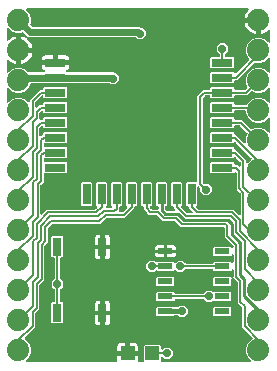
<source format=gbr>
G04 EAGLE Gerber RS-274X export*
G75*
%MOMM*%
%FSLAX34Y34*%
%LPD*%
%INTop Copper*%
%IPPOS*%
%AMOC8*
5,1,8,0,0,1.08239X$1,22.5*%
G01*
%ADD10C,1.879600*%
%ADD11R,1.778000X0.711200*%
%ADD12R,0.711200X1.778000*%
%ADD13R,0.762000X1.524000*%
%ADD14R,1.200000X1.200000*%
%ADD15R,1.270000X0.508000*%
%ADD16C,0.706400*%
%ADD17C,0.609600*%
%ADD18C,0.406400*%
%ADD19C,0.200000*%
%ADD20C,0.254000*%

G36*
X95599Y2643D02*
X95599Y2643D01*
X95653Y2641D01*
X95738Y2663D01*
X95825Y2676D01*
X95874Y2698D01*
X95926Y2711D01*
X96002Y2756D01*
X96082Y2792D01*
X96123Y2827D01*
X96169Y2854D01*
X96229Y2918D01*
X96296Y2975D01*
X96326Y3020D01*
X96362Y3059D01*
X96402Y3137D01*
X96451Y3211D01*
X96466Y3263D01*
X96491Y3310D01*
X96507Y3397D01*
X96533Y3481D01*
X96534Y3534D01*
X96544Y3587D01*
X96536Y3665D01*
X96537Y3763D01*
X96529Y3790D01*
X96529Y8161D01*
X104070Y8161D01*
X104134Y8170D01*
X104198Y8169D01*
X104272Y8190D01*
X104349Y8201D01*
X104408Y8227D01*
X104470Y8244D01*
X104536Y8285D01*
X104606Y8317D01*
X104655Y8359D01*
X104710Y8392D01*
X104761Y8450D01*
X104820Y8500D01*
X104856Y8554D01*
X104899Y8602D01*
X104932Y8671D01*
X104975Y8736D01*
X104994Y8798D01*
X105022Y8855D01*
X105032Y8925D01*
X105057Y9006D01*
X105058Y9091D01*
X105069Y9160D01*
X105069Y10161D01*
X105071Y10161D01*
X105071Y9160D01*
X105080Y9096D01*
X105079Y9032D01*
X105100Y8957D01*
X105111Y8881D01*
X105137Y8822D01*
X105154Y8760D01*
X105195Y8694D01*
X105227Y8624D01*
X105269Y8575D01*
X105302Y8520D01*
X105360Y8468D01*
X105410Y8410D01*
X105464Y8374D01*
X105512Y8331D01*
X105581Y8298D01*
X105646Y8255D01*
X105708Y8236D01*
X105766Y8208D01*
X105835Y8198D01*
X105916Y8173D01*
X106001Y8172D01*
X106070Y8161D01*
X113611Y8161D01*
X113611Y3802D01*
X113607Y3789D01*
X113606Y3701D01*
X113595Y3614D01*
X113604Y3561D01*
X113603Y3507D01*
X113627Y3422D01*
X113641Y3336D01*
X113664Y3287D01*
X113678Y3235D01*
X113725Y3160D01*
X113763Y3081D01*
X113798Y3041D01*
X113826Y2995D01*
X113892Y2936D01*
X113950Y2871D01*
X113996Y2842D01*
X114036Y2806D01*
X114115Y2768D01*
X114190Y2721D01*
X114241Y2707D01*
X114290Y2683D01*
X114367Y2671D01*
X114461Y2645D01*
X114533Y2645D01*
X114594Y2636D01*
X117800Y2636D01*
X117864Y2645D01*
X117928Y2644D01*
X118003Y2665D01*
X118079Y2676D01*
X118138Y2702D01*
X118200Y2719D01*
X118266Y2760D01*
X118336Y2792D01*
X118385Y2834D01*
X118440Y2867D01*
X118492Y2925D01*
X118550Y2975D01*
X118586Y3029D01*
X118629Y3077D01*
X118662Y3146D01*
X118705Y3211D01*
X118724Y3273D01*
X118752Y3330D01*
X118763Y3400D01*
X118787Y3481D01*
X118788Y3566D01*
X118799Y3635D01*
X118799Y16686D01*
X119544Y17431D01*
X132596Y17431D01*
X133341Y16686D01*
X133341Y14275D01*
X133345Y14243D01*
X133343Y14211D01*
X133365Y14104D01*
X133381Y13996D01*
X133394Y13967D01*
X133400Y13935D01*
X133452Y13839D01*
X133497Y13739D01*
X133518Y13715D01*
X133533Y13686D01*
X133609Y13608D01*
X133680Y13525D01*
X133707Y13507D01*
X133730Y13484D01*
X133825Y13430D01*
X133916Y13370D01*
X133947Y13361D01*
X133975Y13345D01*
X134081Y13320D01*
X134186Y13288D01*
X134218Y13287D01*
X134249Y13280D01*
X134359Y13286D01*
X134468Y13284D01*
X134499Y13293D01*
X134531Y13294D01*
X134634Y13330D01*
X134740Y13359D01*
X134767Y13376D01*
X134798Y13387D01*
X134871Y13440D01*
X134980Y13508D01*
X135012Y13544D01*
X135047Y13569D01*
X136441Y14963D01*
X140419Y14963D01*
X143233Y12149D01*
X143233Y8171D01*
X140419Y5357D01*
X136441Y5357D01*
X135047Y6751D01*
X135021Y6771D01*
X135000Y6795D01*
X134908Y6855D01*
X134821Y6921D01*
X134791Y6932D01*
X134764Y6950D01*
X134659Y6982D01*
X134557Y7020D01*
X134525Y7023D01*
X134494Y7032D01*
X134385Y7034D01*
X134276Y7042D01*
X134244Y7035D01*
X134212Y7036D01*
X134107Y7007D01*
X134000Y6984D01*
X133971Y6969D01*
X133940Y6961D01*
X133847Y6903D01*
X133751Y6852D01*
X133728Y6829D01*
X133700Y6812D01*
X133627Y6731D01*
X133549Y6655D01*
X133533Y6627D01*
X133511Y6603D01*
X133464Y6505D01*
X133410Y6410D01*
X133402Y6378D01*
X133388Y6349D01*
X133374Y6260D01*
X133345Y6135D01*
X133347Y6087D01*
X133341Y6045D01*
X133341Y3635D01*
X133350Y3571D01*
X133349Y3507D01*
X133370Y3432D01*
X133381Y3356D01*
X133407Y3297D01*
X133424Y3235D01*
X133465Y3169D01*
X133497Y3099D01*
X133539Y3050D01*
X133572Y2995D01*
X133630Y2943D01*
X133680Y2885D01*
X133734Y2849D01*
X133782Y2806D01*
X133851Y2773D01*
X133916Y2730D01*
X133978Y2711D01*
X134035Y2683D01*
X134105Y2672D01*
X134186Y2648D01*
X134271Y2647D01*
X134340Y2636D01*
X208464Y2636D01*
X208496Y2640D01*
X208528Y2638D01*
X208635Y2660D01*
X208743Y2676D01*
X208773Y2689D01*
X208804Y2695D01*
X208900Y2747D01*
X209000Y2792D01*
X209025Y2813D01*
X209053Y2828D01*
X209131Y2904D01*
X209214Y2975D01*
X209232Y3002D01*
X209255Y3025D01*
X209309Y3120D01*
X209369Y3211D01*
X209378Y3242D01*
X209394Y3270D01*
X209419Y3376D01*
X209451Y3481D01*
X209452Y3513D01*
X209459Y3544D01*
X209454Y3654D01*
X209455Y3763D01*
X209446Y3794D01*
X209445Y3826D01*
X209409Y3929D01*
X209380Y4035D01*
X209363Y4062D01*
X209352Y4093D01*
X209299Y4166D01*
X209232Y4275D01*
X209196Y4307D01*
X209171Y4342D01*
X206855Y6657D01*
X205231Y10578D01*
X205231Y14822D01*
X206856Y18743D01*
X209857Y21744D01*
X210375Y21959D01*
X210477Y22020D01*
X210581Y22075D01*
X210598Y22091D01*
X210617Y22103D01*
X210698Y22189D01*
X210783Y22272D01*
X210795Y22292D01*
X210810Y22308D01*
X210864Y22414D01*
X210922Y22517D01*
X210928Y22540D01*
X210938Y22560D01*
X210960Y22676D01*
X210987Y22792D01*
X210986Y22815D01*
X210990Y22837D01*
X210979Y22955D01*
X210973Y23073D01*
X210966Y23095D01*
X210963Y23118D01*
X210920Y23228D01*
X210881Y23340D01*
X210868Y23357D01*
X210859Y23380D01*
X210744Y23527D01*
X210699Y23589D01*
X201961Y32326D01*
X201961Y48414D01*
X201948Y48508D01*
X201943Y48605D01*
X201928Y48648D01*
X201921Y48693D01*
X201882Y48780D01*
X201850Y48871D01*
X201825Y48906D01*
X201805Y48950D01*
X201722Y49047D01*
X201669Y49120D01*
X198151Y52637D01*
X198151Y70077D01*
X198138Y70172D01*
X198133Y70268D01*
X198118Y70311D01*
X198111Y70356D01*
X198072Y70444D01*
X198040Y70535D01*
X198015Y70569D01*
X197995Y70613D01*
X197912Y70711D01*
X197859Y70784D01*
X194747Y73896D01*
X194721Y73915D01*
X194700Y73940D01*
X194608Y74000D01*
X194525Y74062D01*
X194563Y74103D01*
X194641Y74180D01*
X194657Y74208D01*
X194679Y74232D01*
X194726Y74330D01*
X194780Y74425D01*
X194788Y74457D01*
X194802Y74486D01*
X194816Y74575D01*
X194845Y74700D01*
X194843Y74748D01*
X194849Y74790D01*
X194849Y80150D01*
X194845Y80182D01*
X194847Y80214D01*
X194825Y80321D01*
X194809Y80429D01*
X194796Y80458D01*
X194790Y80490D01*
X194738Y80586D01*
X194693Y80686D01*
X194672Y80710D01*
X194657Y80739D01*
X194581Y80817D01*
X194510Y80900D01*
X194483Y80918D01*
X194460Y80941D01*
X194365Y80995D01*
X194274Y81055D01*
X194243Y81064D01*
X194215Y81080D01*
X194109Y81105D01*
X194004Y81137D01*
X193972Y81138D01*
X193941Y81145D01*
X193831Y81139D01*
X193722Y81141D01*
X193691Y81132D01*
X193659Y81131D01*
X193556Y81095D01*
X193450Y81066D01*
X193423Y81049D01*
X193392Y81038D01*
X193319Y80985D01*
X193210Y80917D01*
X193178Y80881D01*
X193143Y80856D01*
X192296Y80009D01*
X178544Y80009D01*
X177765Y80787D01*
X177759Y80829D01*
X177733Y80888D01*
X177716Y80950D01*
X177675Y81016D01*
X177643Y81086D01*
X177601Y81135D01*
X177568Y81190D01*
X177510Y81242D01*
X177460Y81300D01*
X177406Y81336D01*
X177358Y81379D01*
X177289Y81412D01*
X177224Y81455D01*
X177162Y81474D01*
X177105Y81502D01*
X177035Y81513D01*
X176954Y81537D01*
X176869Y81538D01*
X176800Y81549D01*
X154795Y81549D01*
X154700Y81536D01*
X154604Y81531D01*
X154561Y81516D01*
X154516Y81509D01*
X154429Y81470D01*
X154338Y81438D01*
X154303Y81413D01*
X154259Y81393D01*
X154162Y81310D01*
X154089Y81257D01*
X151849Y79017D01*
X147871Y79017D01*
X146164Y80724D01*
X146113Y80762D01*
X146068Y80808D01*
X146000Y80847D01*
X145939Y80893D01*
X145878Y80916D01*
X145822Y80947D01*
X145747Y80965D01*
X145675Y80993D01*
X145611Y80998D01*
X145548Y81012D01*
X145471Y81008D01*
X145393Y81014D01*
X145331Y81001D01*
X145266Y80998D01*
X145193Y80973D01*
X145117Y80957D01*
X145061Y80927D01*
X145000Y80906D01*
X144943Y80864D01*
X144868Y80824D01*
X144808Y80765D01*
X144751Y80724D01*
X144036Y80009D01*
X130284Y80009D01*
X130204Y80089D01*
X130153Y80127D01*
X130108Y80173D01*
X130040Y80212D01*
X129978Y80258D01*
X129918Y80281D01*
X129862Y80312D01*
X129787Y80330D01*
X129715Y80358D01*
X129651Y80363D01*
X129588Y80377D01*
X129511Y80373D01*
X129433Y80379D01*
X129371Y80366D01*
X129306Y80363D01*
X129233Y80338D01*
X129157Y80322D01*
X129101Y80292D01*
X129040Y80271D01*
X128983Y80229D01*
X128908Y80189D01*
X128848Y80130D01*
X128791Y80089D01*
X127719Y79017D01*
X123741Y79017D01*
X120927Y81831D01*
X120927Y85809D01*
X123741Y88623D01*
X127719Y88623D01*
X128791Y87551D01*
X128842Y87513D01*
X128887Y87467D01*
X128955Y87428D01*
X129016Y87382D01*
X129077Y87359D01*
X129133Y87328D01*
X129208Y87310D01*
X129280Y87282D01*
X129344Y87277D01*
X129407Y87263D01*
X129484Y87267D01*
X129562Y87261D01*
X129624Y87274D01*
X129689Y87277D01*
X129762Y87302D01*
X129838Y87318D01*
X129894Y87348D01*
X129955Y87369D01*
X130012Y87411D01*
X130087Y87451D01*
X130147Y87510D01*
X130204Y87551D01*
X130284Y87631D01*
X144036Y87631D01*
X144751Y86916D01*
X144802Y86878D01*
X144847Y86832D01*
X144915Y86793D01*
X144977Y86747D01*
X145037Y86724D01*
X145093Y86693D01*
X145168Y86675D01*
X145240Y86647D01*
X145304Y86642D01*
X145367Y86628D01*
X145444Y86632D01*
X145522Y86626D01*
X145584Y86639D01*
X145649Y86642D01*
X145722Y86667D01*
X145798Y86683D01*
X145854Y86713D01*
X145915Y86734D01*
X145972Y86776D01*
X146047Y86816D01*
X146107Y86875D01*
X146164Y86916D01*
X147871Y88623D01*
X151849Y88623D01*
X154089Y86383D01*
X154165Y86326D01*
X154237Y86261D01*
X154278Y86241D01*
X154314Y86214D01*
X154404Y86180D01*
X154491Y86138D01*
X154533Y86132D01*
X154578Y86115D01*
X154706Y86105D01*
X154795Y86091D01*
X176800Y86091D01*
X176864Y86100D01*
X176928Y86099D01*
X177003Y86120D01*
X177079Y86131D01*
X177138Y86157D01*
X177200Y86174D01*
X177266Y86215D01*
X177336Y86247D01*
X177385Y86289D01*
X177440Y86322D01*
X177492Y86380D01*
X177550Y86430D01*
X177586Y86484D01*
X177629Y86532D01*
X177662Y86601D01*
X177705Y86666D01*
X177724Y86728D01*
X177752Y86785D01*
X177762Y86849D01*
X178544Y87631D01*
X192296Y87631D01*
X193143Y86784D01*
X193169Y86764D01*
X193190Y86740D01*
X193282Y86680D01*
X193369Y86614D01*
X193399Y86603D01*
X193426Y86585D01*
X193531Y86553D01*
X193633Y86515D01*
X193665Y86512D01*
X193696Y86503D01*
X193805Y86501D01*
X193914Y86493D01*
X193946Y86500D01*
X193978Y86499D01*
X194083Y86528D01*
X194190Y86551D01*
X194219Y86566D01*
X194250Y86574D01*
X194343Y86632D01*
X194439Y86683D01*
X194462Y86706D01*
X194490Y86723D01*
X194563Y86803D01*
X194641Y86880D01*
X194657Y86908D01*
X194679Y86932D01*
X194726Y87030D01*
X194780Y87125D01*
X194788Y87157D01*
X194802Y87186D01*
X194816Y87275D01*
X194845Y87400D01*
X194843Y87448D01*
X194849Y87490D01*
X194849Y92850D01*
X194845Y92882D01*
X194847Y92914D01*
X194825Y93021D01*
X194809Y93129D01*
X194796Y93158D01*
X194790Y93190D01*
X194738Y93286D01*
X194693Y93386D01*
X194672Y93410D01*
X194657Y93439D01*
X194581Y93517D01*
X194510Y93600D01*
X194483Y93618D01*
X194460Y93641D01*
X194365Y93695D01*
X194274Y93755D01*
X194243Y93764D01*
X194215Y93780D01*
X194109Y93805D01*
X194004Y93837D01*
X193972Y93838D01*
X193941Y93845D01*
X193831Y93839D01*
X193722Y93841D01*
X193691Y93832D01*
X193659Y93831D01*
X193556Y93795D01*
X193450Y93766D01*
X193423Y93749D01*
X193392Y93738D01*
X193319Y93685D01*
X193210Y93617D01*
X193178Y93581D01*
X193143Y93556D01*
X192296Y92709D01*
X178544Y92709D01*
X177799Y93454D01*
X177799Y99586D01*
X178544Y100331D01*
X192296Y100331D01*
X193143Y99484D01*
X193169Y99464D01*
X193190Y99440D01*
X193282Y99380D01*
X193369Y99314D01*
X193399Y99303D01*
X193426Y99285D01*
X193531Y99253D01*
X193633Y99215D01*
X193665Y99212D01*
X193696Y99203D01*
X193805Y99201D01*
X193914Y99193D01*
X193946Y99200D01*
X193978Y99199D01*
X194083Y99228D01*
X194190Y99251D01*
X194219Y99266D01*
X194250Y99274D01*
X194343Y99332D01*
X194439Y99383D01*
X194462Y99406D01*
X194490Y99423D01*
X194563Y99503D01*
X194641Y99580D01*
X194657Y99608D01*
X194679Y99632D01*
X194726Y99730D01*
X194780Y99825D01*
X194788Y99857D01*
X194802Y99886D01*
X194816Y99975D01*
X194845Y100100D01*
X194843Y100148D01*
X194849Y100190D01*
X194849Y100587D01*
X194840Y100649D01*
X194841Y100690D01*
X194834Y100715D01*
X194831Y100778D01*
X194816Y100821D01*
X194809Y100866D01*
X194770Y100954D01*
X194738Y101045D01*
X194713Y101079D01*
X194693Y101123D01*
X194610Y101221D01*
X194557Y101294D01*
X187309Y108541D01*
X187309Y115920D01*
X187300Y115984D01*
X187301Y116048D01*
X187280Y116123D01*
X187269Y116199D01*
X187243Y116258D01*
X187226Y116320D01*
X187185Y116386D01*
X187153Y116456D01*
X187111Y116505D01*
X187078Y116560D01*
X187020Y116612D01*
X186970Y116670D01*
X186916Y116706D01*
X186868Y116749D01*
X186799Y116782D01*
X186734Y116825D01*
X186672Y116844D01*
X186615Y116872D01*
X186545Y116883D01*
X186464Y116907D01*
X186379Y116908D01*
X186310Y116919D01*
X150527Y116919D01*
X145279Y122167D01*
X145203Y122224D01*
X145131Y122289D01*
X145090Y122309D01*
X145054Y122336D01*
X144964Y122370D01*
X144877Y122412D01*
X144835Y122418D01*
X144790Y122435D01*
X144662Y122445D01*
X144573Y122459D01*
X134753Y122459D01*
X130236Y126977D01*
X130159Y127034D01*
X130088Y127099D01*
X130047Y127119D01*
X130010Y127146D01*
X129920Y127180D01*
X129834Y127222D01*
X129792Y127228D01*
X129746Y127245D01*
X129619Y127255D01*
X129529Y127269D01*
X123519Y127269D01*
X121897Y128892D01*
X118849Y131939D01*
X118849Y133620D01*
X118840Y133684D01*
X118841Y133748D01*
X118820Y133823D01*
X118809Y133899D01*
X118783Y133958D01*
X118766Y134020D01*
X118725Y134086D01*
X118693Y134156D01*
X118651Y134205D01*
X118618Y134260D01*
X118560Y134312D01*
X118510Y134370D01*
X118456Y134406D01*
X118408Y134449D01*
X118339Y134482D01*
X118274Y134525D01*
X118212Y134544D01*
X118155Y134572D01*
X118085Y134583D01*
X118004Y134607D01*
X117919Y134608D01*
X117850Y134619D01*
X117038Y134619D01*
X116293Y135364D01*
X116293Y154196D01*
X117038Y154941D01*
X125202Y154941D01*
X125947Y154196D01*
X125947Y135364D01*
X125202Y134619D01*
X125004Y134619D01*
X124972Y134615D01*
X124940Y134617D01*
X124833Y134595D01*
X124725Y134579D01*
X124696Y134566D01*
X124664Y134560D01*
X124568Y134508D01*
X124468Y134463D01*
X124444Y134442D01*
X124415Y134427D01*
X124337Y134351D01*
X124254Y134280D01*
X124236Y134253D01*
X124213Y134230D01*
X124159Y134135D01*
X124100Y134044D01*
X124090Y134013D01*
X124074Y133985D01*
X124049Y133878D01*
X124017Y133774D01*
X124017Y133742D01*
X124009Y133711D01*
X124015Y133601D01*
X124013Y133492D01*
X124022Y133461D01*
X124024Y133429D01*
X124059Y133326D01*
X124089Y133220D01*
X124106Y133193D01*
X124116Y133162D01*
X124169Y133089D01*
X124237Y132980D01*
X124273Y132948D01*
X124298Y132913D01*
X125108Y132103D01*
X125185Y132046D01*
X125256Y131981D01*
X125297Y131961D01*
X125333Y131934D01*
X125423Y131900D01*
X125510Y131858D01*
X125552Y131852D01*
X125597Y131835D01*
X125725Y131825D01*
X125814Y131811D01*
X130280Y131811D01*
X130344Y131820D01*
X130408Y131819D01*
X130483Y131840D01*
X130559Y131851D01*
X130618Y131877D01*
X130680Y131894D01*
X130746Y131935D01*
X130816Y131967D01*
X130865Y132009D01*
X130920Y132042D01*
X130972Y132100D01*
X131030Y132150D01*
X131066Y132204D01*
X131109Y132252D01*
X131142Y132321D01*
X131185Y132386D01*
X131204Y132448D01*
X131232Y132505D01*
X131243Y132575D01*
X131267Y132656D01*
X131268Y132741D01*
X131279Y132810D01*
X131279Y133620D01*
X131270Y133684D01*
X131271Y133748D01*
X131250Y133823D01*
X131239Y133899D01*
X131213Y133958D01*
X131196Y134020D01*
X131155Y134086D01*
X131123Y134156D01*
X131081Y134205D01*
X131048Y134260D01*
X130990Y134312D01*
X130940Y134370D01*
X130886Y134406D01*
X130838Y134449D01*
X130769Y134482D01*
X130704Y134525D01*
X130642Y134544D01*
X130585Y134572D01*
X130515Y134583D01*
X130434Y134607D01*
X130349Y134608D01*
X130280Y134619D01*
X129738Y134619D01*
X128993Y135364D01*
X128993Y154196D01*
X129738Y154941D01*
X137902Y154941D01*
X138647Y154196D01*
X138647Y135364D01*
X137902Y134619D01*
X137360Y134619D01*
X137296Y134610D01*
X137232Y134611D01*
X137157Y134590D01*
X137081Y134579D01*
X137022Y134553D01*
X136960Y134536D01*
X136894Y134495D01*
X136824Y134463D01*
X136775Y134421D01*
X136720Y134388D01*
X136668Y134330D01*
X136610Y134280D01*
X136574Y134226D01*
X136531Y134178D01*
X136498Y134109D01*
X136455Y134044D01*
X136436Y133982D01*
X136408Y133925D01*
X136397Y133855D01*
X136373Y133774D01*
X136372Y133689D01*
X136361Y133620D01*
X136361Y133076D01*
X136374Y132981D01*
X136379Y132885D01*
X136394Y132842D01*
X136401Y132797D01*
X136440Y132710D01*
X136472Y132619D01*
X136497Y132584D01*
X136517Y132540D01*
X136600Y132443D01*
X136653Y132370D01*
X137920Y131103D01*
X137997Y131046D01*
X138068Y130981D01*
X138109Y130961D01*
X138145Y130934D01*
X138235Y130900D01*
X138322Y130858D01*
X138364Y130852D01*
X138409Y130835D01*
X138537Y130825D01*
X138626Y130811D01*
X144236Y130811D01*
X144268Y130815D01*
X144300Y130813D01*
X144407Y130835D01*
X144515Y130851D01*
X144544Y130864D01*
X144576Y130870D01*
X144672Y130922D01*
X144772Y130967D01*
X144796Y130988D01*
X144825Y131003D01*
X144903Y131079D01*
X144986Y131150D01*
X145004Y131177D01*
X145027Y131200D01*
X145081Y131295D01*
X145140Y131386D01*
X145150Y131417D01*
X145166Y131445D01*
X145191Y131551D01*
X145223Y131656D01*
X145223Y131688D01*
X145231Y131719D01*
X145225Y131829D01*
X145227Y131938D01*
X145218Y131969D01*
X145216Y132001D01*
X145181Y132104D01*
X145151Y132210D01*
X145134Y132237D01*
X145124Y132268D01*
X145071Y132341D01*
X145003Y132450D01*
X144967Y132482D01*
X144942Y132517D01*
X144249Y133209D01*
X144249Y133620D01*
X144240Y133684D01*
X144241Y133748D01*
X144220Y133823D01*
X144209Y133899D01*
X144183Y133958D01*
X144166Y134020D01*
X144125Y134086D01*
X144093Y134156D01*
X144051Y134205D01*
X144018Y134260D01*
X143960Y134312D01*
X143910Y134370D01*
X143856Y134406D01*
X143808Y134449D01*
X143739Y134482D01*
X143674Y134525D01*
X143612Y134544D01*
X143555Y134572D01*
X143485Y134583D01*
X143404Y134607D01*
X143319Y134608D01*
X143250Y134619D01*
X142438Y134619D01*
X141693Y135364D01*
X141693Y154196D01*
X142438Y154941D01*
X150602Y154941D01*
X151347Y154196D01*
X151347Y135364D01*
X150639Y134656D01*
X150600Y134604D01*
X150554Y134559D01*
X150516Y134492D01*
X150469Y134430D01*
X150447Y134370D01*
X150415Y134314D01*
X150397Y134239D01*
X150370Y134166D01*
X150365Y134102D01*
X150350Y134040D01*
X150354Y133962D01*
X150348Y133885D01*
X150361Y133822D01*
X150365Y133758D01*
X150390Y133685D01*
X150406Y133609D01*
X150436Y133552D01*
X150457Y133492D01*
X150498Y133435D01*
X150538Y133360D01*
X150597Y133299D01*
X150639Y133243D01*
X155048Y128833D01*
X155125Y128776D01*
X155196Y128711D01*
X155237Y128691D01*
X155273Y128664D01*
X155364Y128630D01*
X155450Y128588D01*
X155492Y128582D01*
X155537Y128565D01*
X155665Y128555D01*
X155754Y128541D01*
X159206Y128541D01*
X159238Y128545D01*
X159270Y128543D01*
X159377Y128565D01*
X159485Y128581D01*
X159514Y128594D01*
X159546Y128600D01*
X159642Y128652D01*
X159742Y128697D01*
X159766Y128718D01*
X159795Y128733D01*
X159873Y128809D01*
X159956Y128880D01*
X159974Y128907D01*
X159997Y128930D01*
X160051Y129025D01*
X160110Y129116D01*
X160120Y129147D01*
X160136Y129175D01*
X160161Y129281D01*
X160193Y129386D01*
X160193Y129418D01*
X160201Y129449D01*
X160195Y129559D01*
X160197Y129668D01*
X160188Y129699D01*
X160186Y129731D01*
X160151Y129834D01*
X160121Y129940D01*
X160104Y129967D01*
X160094Y129998D01*
X160041Y130071D01*
X159973Y130180D01*
X159937Y130212D01*
X159912Y130247D01*
X156949Y133209D01*
X156949Y133620D01*
X156940Y133684D01*
X156941Y133748D01*
X156920Y133823D01*
X156909Y133899D01*
X156883Y133958D01*
X156866Y134020D01*
X156825Y134086D01*
X156793Y134156D01*
X156751Y134205D01*
X156718Y134260D01*
X156660Y134312D01*
X156610Y134370D01*
X156556Y134406D01*
X156508Y134449D01*
X156439Y134482D01*
X156374Y134525D01*
X156312Y134544D01*
X156255Y134572D01*
X156185Y134583D01*
X156104Y134607D01*
X156019Y134608D01*
X155950Y134619D01*
X155138Y134619D01*
X154393Y135364D01*
X154393Y154196D01*
X155138Y154941D01*
X163100Y154941D01*
X163164Y154950D01*
X163228Y154949D01*
X163303Y154970D01*
X163379Y154981D01*
X163438Y155007D01*
X163500Y155024D01*
X163566Y155065D01*
X163636Y155097D01*
X163685Y155139D01*
X163740Y155172D01*
X163792Y155230D01*
X163850Y155280D01*
X163886Y155334D01*
X163929Y155382D01*
X163962Y155451D01*
X164005Y155516D01*
X164024Y155578D01*
X164052Y155635D01*
X164063Y155705D01*
X164087Y155786D01*
X164088Y155871D01*
X164099Y155940D01*
X164099Y228271D01*
X168979Y233151D01*
X174260Y233151D01*
X174324Y233160D01*
X174388Y233159D01*
X174463Y233180D01*
X174539Y233191D01*
X174598Y233217D01*
X174660Y233234D01*
X174726Y233275D01*
X174796Y233307D01*
X174845Y233349D01*
X174900Y233382D01*
X174952Y233440D01*
X175010Y233490D01*
X175046Y233544D01*
X175089Y233592D01*
X175122Y233661D01*
X175165Y233726D01*
X175184Y233788D01*
X175212Y233845D01*
X175223Y233915D01*
X175247Y233996D01*
X175248Y234081D01*
X175259Y234150D01*
X175259Y234962D01*
X176004Y235707D01*
X194836Y235707D01*
X195581Y234962D01*
X195581Y234150D01*
X195590Y234086D01*
X195589Y234022D01*
X195610Y233947D01*
X195621Y233871D01*
X195647Y233812D01*
X195664Y233750D01*
X195705Y233684D01*
X195737Y233614D01*
X195779Y233565D01*
X195812Y233510D01*
X195870Y233458D01*
X195920Y233400D01*
X195974Y233364D01*
X196022Y233321D01*
X196091Y233288D01*
X196156Y233245D01*
X196218Y233226D01*
X196275Y233198D01*
X196345Y233187D01*
X196426Y233163D01*
X196511Y233162D01*
X196580Y233151D01*
X204126Y233151D01*
X204220Y233164D01*
X204317Y233169D01*
X204360Y233184D01*
X204405Y233191D01*
X204492Y233230D01*
X204583Y233262D01*
X204618Y233287D01*
X204662Y233307D01*
X204759Y233390D01*
X204832Y233443D01*
X206322Y234933D01*
X206327Y234941D01*
X206335Y234947D01*
X206412Y235053D01*
X206491Y235159D01*
X206494Y235168D01*
X206500Y235175D01*
X206544Y235299D01*
X206591Y235423D01*
X206591Y235432D01*
X206595Y235441D01*
X206602Y235572D01*
X206612Y235704D01*
X206610Y235713D01*
X206611Y235723D01*
X206593Y235798D01*
X206555Y235980D01*
X206544Y236001D01*
X206538Y236022D01*
X205231Y239178D01*
X205231Y243422D01*
X206856Y247343D01*
X209857Y250344D01*
X213778Y251969D01*
X218022Y251969D01*
X221943Y250345D01*
X224258Y248029D01*
X224284Y248010D01*
X224305Y247986D01*
X224397Y247926D01*
X224484Y247860D01*
X224514Y247849D01*
X224541Y247831D01*
X224646Y247799D01*
X224748Y247761D01*
X224780Y247758D01*
X224811Y247749D01*
X224920Y247747D01*
X225029Y247739D01*
X225061Y247745D01*
X225093Y247745D01*
X225198Y247774D01*
X225305Y247796D01*
X225334Y247812D01*
X225365Y247820D01*
X225458Y247878D01*
X225554Y247929D01*
X225577Y247951D01*
X225605Y247968D01*
X225678Y248049D01*
X225756Y248126D01*
X225772Y248154D01*
X225794Y248178D01*
X225841Y248276D01*
X225895Y248371D01*
X225903Y248402D01*
X225917Y248431D01*
X225931Y248521D01*
X225960Y248645D01*
X225958Y248694D01*
X225964Y248736D01*
X225964Y259264D01*
X225960Y259296D01*
X225962Y259328D01*
X225940Y259435D01*
X225924Y259543D01*
X225911Y259573D01*
X225905Y259604D01*
X225853Y259701D01*
X225808Y259800D01*
X225787Y259825D01*
X225772Y259853D01*
X225696Y259931D01*
X225625Y260014D01*
X225598Y260032D01*
X225575Y260055D01*
X225480Y260109D01*
X225389Y260169D01*
X225358Y260178D01*
X225330Y260194D01*
X225224Y260219D01*
X225119Y260251D01*
X225087Y260252D01*
X225056Y260259D01*
X224946Y260254D01*
X224837Y260255D01*
X224806Y260246D01*
X224774Y260245D01*
X224671Y260209D01*
X224565Y260180D01*
X224538Y260163D01*
X224507Y260152D01*
X224434Y260099D01*
X224325Y260032D01*
X224293Y259996D01*
X224258Y259971D01*
X221943Y257655D01*
X218022Y256031D01*
X213778Y256031D01*
X213316Y256223D01*
X213307Y256225D01*
X213299Y256230D01*
X213170Y256260D01*
X213043Y256293D01*
X213034Y256292D01*
X213024Y256294D01*
X212892Y256288D01*
X212761Y256284D01*
X212752Y256281D01*
X212743Y256280D01*
X212618Y256237D01*
X212493Y256196D01*
X212485Y256191D01*
X212476Y256188D01*
X212414Y256142D01*
X212260Y256037D01*
X212245Y256019D01*
X212227Y256006D01*
X197531Y241309D01*
X196580Y241309D01*
X196516Y241300D01*
X196452Y241301D01*
X196377Y241280D01*
X196301Y241269D01*
X196242Y241243D01*
X196180Y241226D01*
X196114Y241185D01*
X196044Y241153D01*
X195995Y241111D01*
X195940Y241078D01*
X195888Y241020D01*
X195830Y240970D01*
X195794Y240916D01*
X195751Y240868D01*
X195718Y240799D01*
X195675Y240734D01*
X195656Y240672D01*
X195628Y240615D01*
X195617Y240545D01*
X195593Y240464D01*
X195592Y240379D01*
X195581Y240310D01*
X195581Y239498D01*
X194836Y238753D01*
X176004Y238753D01*
X175259Y239498D01*
X175259Y247662D01*
X176004Y248407D01*
X194836Y248407D01*
X195814Y247429D01*
X195866Y247390D01*
X195911Y247344D01*
X195978Y247306D01*
X196040Y247259D01*
X196100Y247237D01*
X196156Y247205D01*
X196231Y247187D01*
X196304Y247160D01*
X196368Y247155D01*
X196430Y247140D01*
X196508Y247144D01*
X196585Y247138D01*
X196648Y247151D01*
X196712Y247155D01*
X196785Y247180D01*
X196861Y247196D01*
X196918Y247226D01*
X196978Y247247D01*
X197035Y247288D01*
X197110Y247328D01*
X197171Y247387D01*
X197227Y247429D01*
X207949Y258150D01*
X207987Y258201D01*
X208033Y258246D01*
X208072Y258314D01*
X208118Y258376D01*
X208141Y258436D01*
X208172Y258492D01*
X208190Y258567D01*
X208218Y258640D01*
X208223Y258704D01*
X208237Y258766D01*
X208233Y258844D01*
X208239Y258921D01*
X208226Y258984D01*
X208223Y259048D01*
X208198Y259121D01*
X208182Y259197D01*
X208152Y259254D01*
X208131Y259314D01*
X208089Y259371D01*
X208049Y259446D01*
X207990Y259507D01*
X207949Y259563D01*
X206856Y260657D01*
X205231Y264578D01*
X205231Y268822D01*
X206856Y272743D01*
X209857Y275744D01*
X213778Y277369D01*
X218022Y277369D01*
X221943Y275745D01*
X224258Y273429D01*
X224284Y273410D01*
X224305Y273386D01*
X224397Y273326D01*
X224484Y273260D01*
X224514Y273249D01*
X224541Y273231D01*
X224646Y273199D01*
X224748Y273161D01*
X224780Y273158D01*
X224811Y273149D01*
X224920Y273147D01*
X225029Y273139D01*
X225061Y273145D01*
X225093Y273145D01*
X225198Y273174D01*
X225305Y273196D01*
X225334Y273212D01*
X225365Y273220D01*
X225458Y273278D01*
X225554Y273329D01*
X225577Y273351D01*
X225605Y273368D01*
X225678Y273449D01*
X225756Y273526D01*
X225772Y273554D01*
X225794Y273578D01*
X225841Y273676D01*
X225895Y273771D01*
X225903Y273802D01*
X225917Y273831D01*
X225931Y273921D01*
X225960Y274045D01*
X225958Y274094D01*
X225964Y274136D01*
X225964Y282868D01*
X225960Y282900D01*
X225962Y282932D01*
X225940Y283039D01*
X225924Y283147D01*
X225911Y283177D01*
X225905Y283208D01*
X225853Y283305D01*
X225808Y283404D01*
X225787Y283429D01*
X225772Y283457D01*
X225696Y283535D01*
X225625Y283618D01*
X225598Y283636D01*
X225575Y283659D01*
X225481Y283713D01*
X225389Y283773D01*
X225358Y283782D01*
X225330Y283798D01*
X225224Y283823D01*
X225119Y283855D01*
X225087Y283856D01*
X225056Y283863D01*
X224946Y283858D01*
X224837Y283859D01*
X224806Y283850D01*
X224774Y283849D01*
X224671Y283813D01*
X224565Y283784D01*
X224538Y283767D01*
X224507Y283756D01*
X224434Y283703D01*
X224325Y283636D01*
X224293Y283600D01*
X224258Y283575D01*
X223678Y282994D01*
X222157Y281889D01*
X220483Y281036D01*
X218696Y280455D01*
X217899Y280329D01*
X217899Y291100D01*
X217890Y291163D01*
X217891Y291228D01*
X217870Y291302D01*
X217859Y291379D01*
X217833Y291438D01*
X217816Y291500D01*
X217775Y291566D01*
X217743Y291636D01*
X217701Y291685D01*
X217668Y291740D01*
X217610Y291791D01*
X217560Y291850D01*
X217506Y291886D01*
X217458Y291929D01*
X217389Y291962D01*
X217324Y292005D01*
X217262Y292024D01*
X217205Y292052D01*
X217135Y292062D01*
X217054Y292087D01*
X216969Y292088D01*
X216900Y292099D01*
X215899Y292099D01*
X215899Y293100D01*
X215890Y293164D01*
X215891Y293228D01*
X215870Y293303D01*
X215859Y293379D01*
X215833Y293438D01*
X215816Y293500D01*
X215775Y293566D01*
X215743Y293636D01*
X215701Y293685D01*
X215668Y293740D01*
X215610Y293792D01*
X215560Y293850D01*
X215506Y293886D01*
X215458Y293929D01*
X215389Y293962D01*
X215324Y294005D01*
X215262Y294024D01*
X215204Y294052D01*
X215135Y294062D01*
X215054Y294087D01*
X214969Y294088D01*
X214900Y294099D01*
X204129Y294099D01*
X204255Y294896D01*
X204836Y296683D01*
X205689Y298357D01*
X206794Y299878D01*
X207375Y300458D01*
X207394Y300484D01*
X207418Y300505D01*
X207478Y300597D01*
X207544Y300684D01*
X207555Y300714D01*
X207573Y300741D01*
X207605Y300846D01*
X207643Y300948D01*
X207646Y300980D01*
X207655Y301011D01*
X207657Y301120D01*
X207665Y301229D01*
X207659Y301261D01*
X207659Y301293D01*
X207630Y301398D01*
X207608Y301505D01*
X207592Y301534D01*
X207584Y301565D01*
X207526Y301658D01*
X207475Y301754D01*
X207453Y301777D01*
X207436Y301805D01*
X207355Y301878D01*
X207278Y301956D01*
X207250Y301972D01*
X207226Y301994D01*
X207128Y302041D01*
X207033Y302095D01*
X207001Y302103D01*
X206973Y302117D01*
X206883Y302131D01*
X206758Y302160D01*
X206710Y302158D01*
X206668Y302164D01*
X20136Y302164D01*
X20104Y302160D01*
X20072Y302162D01*
X19965Y302140D01*
X19857Y302124D01*
X19827Y302111D01*
X19796Y302105D01*
X19699Y302053D01*
X19600Y302008D01*
X19575Y301987D01*
X19547Y301972D01*
X19469Y301896D01*
X19386Y301825D01*
X19368Y301798D01*
X19345Y301775D01*
X19291Y301680D01*
X19231Y301589D01*
X19222Y301558D01*
X19206Y301530D01*
X19181Y301424D01*
X19149Y301319D01*
X19148Y301287D01*
X19141Y301256D01*
X19146Y301146D01*
X19145Y301037D01*
X19154Y301006D01*
X19155Y300974D01*
X19191Y300871D01*
X19220Y300765D01*
X19237Y300738D01*
X19248Y300707D01*
X19301Y300634D01*
X19368Y300525D01*
X19404Y300493D01*
X19429Y300458D01*
X21745Y298143D01*
X23369Y294222D01*
X23369Y289978D01*
X22910Y288870D01*
X22908Y288861D01*
X22903Y288853D01*
X22872Y288724D01*
X22840Y288597D01*
X22840Y288588D01*
X22838Y288578D01*
X22845Y288446D01*
X22849Y288315D01*
X22852Y288306D01*
X22852Y288297D01*
X22895Y288173D01*
X22936Y288047D01*
X22942Y288039D01*
X22945Y288030D01*
X22990Y287968D01*
X23095Y287814D01*
X23114Y287799D01*
X23126Y287781D01*
X24146Y286761D01*
X24223Y286704D01*
X24294Y286639D01*
X24335Y286619D01*
X24372Y286592D01*
X24462Y286558D01*
X24548Y286516D01*
X24590Y286510D01*
X24636Y286493D01*
X24763Y286483D01*
X24853Y286469D01*
X115879Y286469D01*
X116582Y285765D01*
X116659Y285708D01*
X116730Y285643D01*
X116771Y285623D01*
X116808Y285596D01*
X116898Y285562D01*
X116984Y285520D01*
X117026Y285514D01*
X117072Y285497D01*
X117199Y285487D01*
X117289Y285473D01*
X117559Y285473D01*
X120373Y282659D01*
X120373Y278681D01*
X117559Y275867D01*
X113581Y275867D01*
X111909Y277539D01*
X111833Y277596D01*
X111761Y277661D01*
X111720Y277681D01*
X111684Y277708D01*
X111594Y277742D01*
X111507Y277784D01*
X111465Y277790D01*
X111420Y277807D01*
X111292Y277817D01*
X111203Y277831D01*
X20766Y277831D01*
X20657Y277816D01*
X20585Y277810D01*
X20582Y277870D01*
X20556Y277944D01*
X20540Y278021D01*
X20510Y278076D01*
X20489Y278136D01*
X20447Y278194D01*
X20407Y278269D01*
X20352Y278323D01*
X20307Y278385D01*
X17019Y281674D01*
X17011Y281679D01*
X17005Y281687D01*
X16899Y281764D01*
X16793Y281843D01*
X16784Y281846D01*
X16777Y281852D01*
X16653Y281896D01*
X16529Y281942D01*
X16520Y281943D01*
X16511Y281946D01*
X16380Y281954D01*
X16248Y281964D01*
X16239Y281962D01*
X16229Y281963D01*
X16154Y281945D01*
X15972Y281907D01*
X15951Y281895D01*
X15930Y281890D01*
X14822Y281431D01*
X10578Y281431D01*
X6657Y283055D01*
X4342Y285371D01*
X4316Y285390D01*
X4295Y285414D01*
X4203Y285474D01*
X4116Y285540D01*
X4086Y285551D01*
X4059Y285569D01*
X3954Y285601D01*
X3852Y285639D01*
X3820Y285642D01*
X3789Y285651D01*
X3680Y285653D01*
X3571Y285661D01*
X3539Y285655D01*
X3507Y285655D01*
X3402Y285626D01*
X3295Y285604D01*
X3266Y285588D01*
X3235Y285580D01*
X3142Y285522D01*
X3046Y285471D01*
X3023Y285449D01*
X2995Y285432D01*
X2922Y285351D01*
X2844Y285274D01*
X2828Y285246D01*
X2806Y285222D01*
X2759Y285124D01*
X2705Y285029D01*
X2697Y284998D01*
X2683Y284969D01*
X2669Y284879D01*
X2640Y284755D01*
X2642Y284706D01*
X2636Y284664D01*
X2636Y275932D01*
X2640Y275900D01*
X2638Y275868D01*
X2660Y275761D01*
X2676Y275653D01*
X2689Y275623D01*
X2695Y275592D01*
X2747Y275495D01*
X2792Y275396D01*
X2813Y275371D01*
X2828Y275343D01*
X2904Y275265D01*
X2975Y275182D01*
X3002Y275164D01*
X3025Y275141D01*
X3119Y275087D01*
X3211Y275027D01*
X3242Y275018D01*
X3270Y275002D01*
X3376Y274977D01*
X3481Y274945D01*
X3513Y274944D01*
X3544Y274937D01*
X3654Y274942D01*
X3763Y274941D01*
X3794Y274950D01*
X3826Y274951D01*
X3929Y274987D01*
X4035Y275016D01*
X4062Y275033D01*
X4093Y275044D01*
X4166Y275097D01*
X4275Y275164D01*
X4307Y275200D01*
X4342Y275225D01*
X4922Y275806D01*
X6443Y276911D01*
X8117Y277764D01*
X9904Y278345D01*
X10701Y278471D01*
X10701Y267700D01*
X10710Y267637D01*
X10709Y267572D01*
X10730Y267498D01*
X10741Y267421D01*
X10767Y267362D01*
X10784Y267300D01*
X10825Y267234D01*
X10857Y267164D01*
X10899Y267115D01*
X10932Y267060D01*
X10990Y267009D01*
X11040Y266950D01*
X11094Y266914D01*
X11142Y266871D01*
X11211Y266838D01*
X11276Y266795D01*
X11338Y266776D01*
X11395Y266748D01*
X11465Y266738D01*
X11546Y266713D01*
X11631Y266712D01*
X11700Y266701D01*
X12701Y266701D01*
X12701Y266699D01*
X11700Y266699D01*
X11636Y266690D01*
X11572Y266691D01*
X11497Y266670D01*
X11421Y266659D01*
X11362Y266633D01*
X11300Y266616D01*
X11234Y266575D01*
X11164Y266543D01*
X11115Y266501D01*
X11060Y266468D01*
X11008Y266410D01*
X10950Y266360D01*
X10914Y266306D01*
X10871Y266258D01*
X10838Y266189D01*
X10795Y266124D01*
X10776Y266062D01*
X10748Y266004D01*
X10737Y265935D01*
X10713Y265854D01*
X10712Y265769D01*
X10701Y265700D01*
X10701Y254929D01*
X9904Y255055D01*
X8117Y255636D01*
X6443Y256489D01*
X4922Y257594D01*
X4342Y258175D01*
X4316Y258194D01*
X4295Y258218D01*
X4232Y258260D01*
X4217Y258273D01*
X4198Y258282D01*
X4116Y258344D01*
X4086Y258355D01*
X4059Y258373D01*
X3954Y258405D01*
X3852Y258443D01*
X3820Y258446D01*
X3789Y258455D01*
X3680Y258457D01*
X3571Y258465D01*
X3539Y258459D01*
X3507Y258459D01*
X3402Y258430D01*
X3295Y258408D01*
X3266Y258392D01*
X3235Y258384D01*
X3142Y258326D01*
X3046Y258275D01*
X3023Y258253D01*
X2995Y258236D01*
X2922Y258155D01*
X2844Y258078D01*
X2828Y258050D01*
X2806Y258026D01*
X2759Y257928D01*
X2705Y257833D01*
X2697Y257801D01*
X2683Y257773D01*
X2669Y257683D01*
X2655Y257622D01*
X2648Y257599D01*
X2648Y257591D01*
X2640Y257558D01*
X2642Y257510D01*
X2636Y257468D01*
X2636Y248736D01*
X2640Y248704D01*
X2638Y248672D01*
X2660Y248565D01*
X2676Y248457D01*
X2689Y248427D01*
X2695Y248396D01*
X2747Y248299D01*
X2792Y248200D01*
X2813Y248175D01*
X2828Y248147D01*
X2904Y248069D01*
X2975Y247986D01*
X3002Y247968D01*
X3025Y247945D01*
X3120Y247891D01*
X3211Y247831D01*
X3242Y247822D01*
X3270Y247806D01*
X3376Y247781D01*
X3481Y247749D01*
X3513Y247748D01*
X3544Y247741D01*
X3654Y247746D01*
X3763Y247745D01*
X3794Y247754D01*
X3826Y247755D01*
X3929Y247791D01*
X4035Y247820D01*
X4062Y247837D01*
X4093Y247848D01*
X4166Y247901D01*
X4275Y247968D01*
X4307Y248004D01*
X4342Y248029D01*
X6657Y250345D01*
X10578Y251969D01*
X14822Y251969D01*
X18743Y250345D01*
X20896Y248191D01*
X20973Y248134D01*
X21045Y248069D01*
X21086Y248049D01*
X21122Y248022D01*
X21212Y247988D01*
X21298Y247946D01*
X21341Y247940D01*
X21386Y247923D01*
X21514Y247913D01*
X21603Y247899D01*
X33682Y247899D01*
X33777Y247912D01*
X33873Y247917D01*
X33916Y247932D01*
X33961Y247939D01*
X34048Y247978D01*
X34139Y248010D01*
X34174Y248035D01*
X34218Y248055D01*
X34315Y248138D01*
X34388Y248191D01*
X34821Y248625D01*
X34847Y248659D01*
X34879Y248688D01*
X34932Y248771D01*
X34991Y248850D01*
X35006Y248890D01*
X35029Y248927D01*
X35056Y249022D01*
X35090Y249114D01*
X35094Y249157D01*
X35105Y249198D01*
X35104Y249297D01*
X35112Y249395D01*
X35103Y249437D01*
X35103Y249480D01*
X35075Y249575D01*
X35054Y249671D01*
X35034Y249709D01*
X35022Y249750D01*
X34968Y249833D01*
X34922Y249920D01*
X34892Y249951D01*
X34869Y249987D01*
X34794Y250052D01*
X34725Y250122D01*
X34688Y250144D01*
X34655Y250172D01*
X34577Y250206D01*
X34480Y250261D01*
X34421Y250275D01*
X34374Y250296D01*
X34149Y250356D01*
X33570Y250691D01*
X33097Y251164D01*
X32762Y251743D01*
X32589Y252389D01*
X32589Y254503D01*
X43242Y254503D01*
X43305Y254512D01*
X43370Y254511D01*
X43444Y254532D01*
X43521Y254543D01*
X43579Y254569D01*
X43641Y254586D01*
X43707Y254627D01*
X43778Y254659D01*
X43827Y254700D01*
X43881Y254734D01*
X43933Y254792D01*
X43992Y254842D01*
X44018Y254882D01*
X44031Y254862D01*
X44088Y254810D01*
X44138Y254752D01*
X44192Y254716D01*
X44240Y254673D01*
X44309Y254640D01*
X44374Y254597D01*
X44436Y254578D01*
X44494Y254550D01*
X44563Y254539D01*
X44644Y254515D01*
X44729Y254514D01*
X44798Y254503D01*
X55451Y254503D01*
X55451Y252389D01*
X55278Y251743D01*
X54943Y251164D01*
X54470Y250691D01*
X53891Y250356D01*
X53666Y250296D01*
X53627Y250279D01*
X53585Y250271D01*
X53498Y250224D01*
X53407Y250186D01*
X53374Y250158D01*
X53336Y250138D01*
X53265Y250069D01*
X53189Y250007D01*
X53165Y249971D01*
X53134Y249941D01*
X53085Y249856D01*
X53029Y249774D01*
X53016Y249733D01*
X52995Y249696D01*
X52972Y249600D01*
X52941Y249506D01*
X52940Y249464D01*
X52930Y249422D01*
X52935Y249323D01*
X52932Y249225D01*
X52942Y249183D01*
X52944Y249140D01*
X52977Y249047D01*
X53001Y248951D01*
X53023Y248914D01*
X53037Y248874D01*
X53087Y248804D01*
X53144Y248708D01*
X53188Y248667D01*
X53219Y248625D01*
X53652Y248191D01*
X53729Y248134D01*
X53800Y248069D01*
X53841Y248049D01*
X53877Y248022D01*
X53967Y247988D01*
X54054Y247946D01*
X54096Y247940D01*
X54141Y247923D01*
X54269Y247913D01*
X54358Y247899D01*
X93489Y247899D01*
X93722Y247665D01*
X93799Y247608D01*
X93870Y247543D01*
X93911Y247523D01*
X93948Y247496D01*
X94038Y247462D01*
X94124Y247420D01*
X94166Y247414D01*
X94212Y247397D01*
X94339Y247387D01*
X94429Y247373D01*
X94699Y247373D01*
X97513Y244559D01*
X97513Y240581D01*
X94699Y237767D01*
X90721Y237767D01*
X89519Y238969D01*
X89443Y239026D01*
X89371Y239091D01*
X89330Y239111D01*
X89294Y239138D01*
X89204Y239172D01*
X89117Y239214D01*
X89075Y239220D01*
X89030Y239237D01*
X88902Y239247D01*
X88813Y239261D01*
X54358Y239261D01*
X54263Y239248D01*
X54167Y239243D01*
X54124Y239228D01*
X54079Y239221D01*
X53992Y239182D01*
X53901Y239150D01*
X53866Y239125D01*
X53822Y239105D01*
X53725Y239022D01*
X53652Y238969D01*
X53436Y238753D01*
X34604Y238753D01*
X34388Y238969D01*
X34311Y239026D01*
X34240Y239091D01*
X34199Y239111D01*
X34163Y239138D01*
X34073Y239172D01*
X33986Y239214D01*
X33944Y239220D01*
X33899Y239237D01*
X33771Y239247D01*
X33682Y239261D01*
X24071Y239261D01*
X24062Y239260D01*
X24052Y239261D01*
X23922Y239240D01*
X23792Y239221D01*
X23783Y239218D01*
X23774Y239216D01*
X23654Y239159D01*
X23535Y239105D01*
X23528Y239099D01*
X23519Y239095D01*
X23420Y239007D01*
X23321Y238922D01*
X23315Y238914D01*
X23308Y238908D01*
X23268Y238842D01*
X23166Y238686D01*
X23159Y238663D01*
X23148Y238644D01*
X21744Y235257D01*
X18743Y232256D01*
X14822Y230631D01*
X10578Y230631D01*
X6657Y232255D01*
X4342Y234571D01*
X4316Y234590D01*
X4295Y234614D01*
X4203Y234674D01*
X4116Y234740D01*
X4086Y234751D01*
X4059Y234769D01*
X3954Y234801D01*
X3852Y234839D01*
X3820Y234842D01*
X3789Y234851D01*
X3680Y234853D01*
X3571Y234861D01*
X3539Y234855D01*
X3507Y234855D01*
X3402Y234826D01*
X3295Y234804D01*
X3266Y234788D01*
X3235Y234780D01*
X3142Y234722D01*
X3046Y234671D01*
X3023Y234649D01*
X2995Y234632D01*
X2922Y234551D01*
X2844Y234474D01*
X2828Y234446D01*
X2806Y234422D01*
X2759Y234324D01*
X2705Y234229D01*
X2697Y234198D01*
X2683Y234169D01*
X2669Y234079D01*
X2640Y233955D01*
X2642Y233906D01*
X2636Y233864D01*
X2636Y223336D01*
X2640Y223304D01*
X2638Y223272D01*
X2660Y223165D01*
X2676Y223057D01*
X2689Y223027D01*
X2695Y222996D01*
X2747Y222899D01*
X2792Y222800D01*
X2813Y222775D01*
X2828Y222747D01*
X2904Y222669D01*
X2975Y222586D01*
X3002Y222568D01*
X3025Y222545D01*
X3120Y222491D01*
X3211Y222431D01*
X3242Y222422D01*
X3270Y222406D01*
X3376Y222381D01*
X3481Y222349D01*
X3513Y222348D01*
X3544Y222341D01*
X3654Y222346D01*
X3763Y222345D01*
X3794Y222354D01*
X3826Y222355D01*
X3929Y222391D01*
X4035Y222420D01*
X4062Y222437D01*
X4093Y222448D01*
X4166Y222501D01*
X4275Y222568D01*
X4307Y222604D01*
X4342Y222629D01*
X6657Y224945D01*
X10578Y226569D01*
X14822Y226569D01*
X18743Y224945D01*
X20645Y223042D01*
X20671Y223023D01*
X20692Y222999D01*
X20784Y222939D01*
X20871Y222873D01*
X20901Y222862D01*
X20928Y222844D01*
X21033Y222812D01*
X21135Y222774D01*
X21167Y222771D01*
X21198Y222762D01*
X21307Y222760D01*
X21416Y222752D01*
X21448Y222758D01*
X21480Y222758D01*
X21585Y222787D01*
X21692Y222809D01*
X21721Y222825D01*
X21752Y222833D01*
X21845Y222891D01*
X21941Y222942D01*
X21964Y222964D01*
X21992Y222981D01*
X22065Y223062D01*
X22143Y223139D01*
X22159Y223167D01*
X22181Y223191D01*
X22228Y223289D01*
X22282Y223384D01*
X22290Y223415D01*
X22304Y223444D01*
X22318Y223534D01*
X22347Y223658D01*
X22345Y223707D01*
X22351Y223749D01*
X22351Y224953D01*
X30549Y233151D01*
X32860Y233151D01*
X32924Y233160D01*
X32988Y233159D01*
X33063Y233180D01*
X33139Y233191D01*
X33198Y233217D01*
X33260Y233234D01*
X33326Y233275D01*
X33396Y233307D01*
X33445Y233349D01*
X33500Y233382D01*
X33552Y233440D01*
X33610Y233490D01*
X33646Y233544D01*
X33689Y233592D01*
X33722Y233661D01*
X33765Y233726D01*
X33784Y233788D01*
X33812Y233845D01*
X33823Y233915D01*
X33847Y233996D01*
X33848Y234081D01*
X33859Y234150D01*
X33859Y234962D01*
X34604Y235707D01*
X53436Y235707D01*
X54181Y234962D01*
X54181Y226798D01*
X53436Y226053D01*
X34604Y226053D01*
X33859Y226798D01*
X33859Y227610D01*
X33850Y227674D01*
X33851Y227738D01*
X33830Y227813D01*
X33819Y227889D01*
X33793Y227948D01*
X33776Y228010D01*
X33735Y228076D01*
X33703Y228146D01*
X33661Y228195D01*
X33628Y228250D01*
X33570Y228302D01*
X33520Y228360D01*
X33466Y228396D01*
X33418Y228439D01*
X33349Y228472D01*
X33284Y228515D01*
X33222Y228534D01*
X33213Y228538D01*
X33209Y228540D01*
X33208Y228540D01*
X33165Y228562D01*
X33095Y228573D01*
X33014Y228597D01*
X32966Y228598D01*
X32935Y228605D01*
X32898Y228603D01*
X32860Y228609D01*
X32844Y228609D01*
X32782Y228600D01*
X32732Y228601D01*
X32705Y228593D01*
X32653Y228591D01*
X32610Y228576D01*
X32565Y228569D01*
X32482Y228532D01*
X32460Y228526D01*
X32453Y228521D01*
X32387Y228498D01*
X32352Y228473D01*
X32308Y228453D01*
X32211Y228370D01*
X32138Y228317D01*
X27185Y223364D01*
X27128Y223287D01*
X27063Y223216D01*
X27043Y223175D01*
X27016Y223139D01*
X26982Y223048D01*
X26940Y222962D01*
X26934Y222920D01*
X26917Y222875D01*
X26907Y222747D01*
X26893Y222658D01*
X26893Y219000D01*
X26897Y218968D01*
X26895Y218936D01*
X26917Y218829D01*
X26933Y218721D01*
X26946Y218692D01*
X26952Y218660D01*
X27004Y218564D01*
X27049Y218464D01*
X27070Y218440D01*
X27085Y218411D01*
X27161Y218333D01*
X27232Y218250D01*
X27259Y218232D01*
X27282Y218209D01*
X27377Y218155D01*
X27468Y218096D01*
X27499Y218086D01*
X27527Y218070D01*
X27633Y218045D01*
X27738Y218013D01*
X27770Y218013D01*
X27801Y218005D01*
X27911Y218011D01*
X28020Y218009D01*
X28051Y218018D01*
X28083Y218020D01*
X28186Y218055D01*
X28292Y218085D01*
X28319Y218102D01*
X28350Y218112D01*
X28423Y218165D01*
X28532Y218233D01*
X28564Y218269D01*
X28599Y218294D01*
X30755Y220451D01*
X32860Y220451D01*
X32924Y220460D01*
X32988Y220459D01*
X33063Y220480D01*
X33139Y220491D01*
X33198Y220517D01*
X33260Y220534D01*
X33326Y220575D01*
X33396Y220607D01*
X33445Y220649D01*
X33500Y220682D01*
X33552Y220740D01*
X33610Y220790D01*
X33646Y220844D01*
X33689Y220892D01*
X33722Y220961D01*
X33765Y221026D01*
X33784Y221088D01*
X33812Y221145D01*
X33823Y221215D01*
X33847Y221296D01*
X33848Y221381D01*
X33859Y221450D01*
X33859Y222262D01*
X34604Y223007D01*
X53436Y223007D01*
X54181Y222262D01*
X54181Y214098D01*
X53436Y213353D01*
X34604Y213353D01*
X33859Y214098D01*
X33859Y214720D01*
X33855Y214752D01*
X33857Y214784D01*
X33835Y214891D01*
X33819Y214999D01*
X33806Y215028D01*
X33800Y215060D01*
X33748Y215156D01*
X33703Y215256D01*
X33682Y215280D01*
X33667Y215309D01*
X33591Y215387D01*
X33520Y215470D01*
X33493Y215488D01*
X33470Y215511D01*
X33375Y215565D01*
X33284Y215624D01*
X33253Y215634D01*
X33225Y215650D01*
X33119Y215675D01*
X33014Y215707D01*
X32982Y215707D01*
X32951Y215715D01*
X32841Y215709D01*
X32732Y215711D01*
X32701Y215702D01*
X32669Y215700D01*
X32566Y215665D01*
X32460Y215635D01*
X32433Y215618D01*
X32402Y215608D01*
X32329Y215555D01*
X32220Y215487D01*
X32188Y215451D01*
X32153Y215426D01*
X30709Y213982D01*
X30652Y213905D01*
X30587Y213834D01*
X30567Y213793D01*
X30540Y213757D01*
X30506Y213667D01*
X30464Y213580D01*
X30458Y213538D01*
X30441Y213493D01*
X30431Y213365D01*
X30417Y213276D01*
X30417Y208750D01*
X30426Y208686D01*
X30425Y208622D01*
X30446Y208547D01*
X30457Y208471D01*
X30483Y208412D01*
X30500Y208350D01*
X30541Y208284D01*
X30573Y208214D01*
X30615Y208165D01*
X30648Y208110D01*
X30706Y208058D01*
X30756Y208000D01*
X30810Y207964D01*
X30858Y207921D01*
X30927Y207888D01*
X30992Y207845D01*
X31054Y207826D01*
X31111Y207798D01*
X31181Y207787D01*
X31262Y207763D01*
X31347Y207762D01*
X31416Y207751D01*
X32860Y207751D01*
X32924Y207760D01*
X32988Y207759D01*
X33063Y207780D01*
X33139Y207791D01*
X33198Y207817D01*
X33260Y207834D01*
X33326Y207875D01*
X33396Y207907D01*
X33445Y207949D01*
X33500Y207982D01*
X33552Y208040D01*
X33610Y208090D01*
X33646Y208144D01*
X33689Y208192D01*
X33722Y208261D01*
X33765Y208326D01*
X33784Y208388D01*
X33812Y208445D01*
X33823Y208515D01*
X33847Y208596D01*
X33848Y208681D01*
X33859Y208750D01*
X33859Y209562D01*
X34604Y210307D01*
X53436Y210307D01*
X54181Y209562D01*
X54181Y201398D01*
X53436Y200653D01*
X34604Y200653D01*
X33859Y201398D01*
X33859Y202020D01*
X33855Y202052D01*
X33857Y202084D01*
X33835Y202191D01*
X33819Y202299D01*
X33806Y202328D01*
X33800Y202360D01*
X33748Y202456D01*
X33703Y202556D01*
X33682Y202580D01*
X33667Y202609D01*
X33591Y202687D01*
X33520Y202770D01*
X33493Y202788D01*
X33470Y202811D01*
X33375Y202865D01*
X33284Y202924D01*
X33253Y202934D01*
X33225Y202950D01*
X33119Y202975D01*
X33014Y203007D01*
X32982Y203007D01*
X32951Y203015D01*
X32841Y203009D01*
X32732Y203011D01*
X32701Y203002D01*
X32669Y203000D01*
X32566Y202965D01*
X32460Y202935D01*
X32433Y202918D01*
X32402Y202908D01*
X32329Y202855D01*
X32220Y202787D01*
X32188Y202751D01*
X32153Y202726D01*
X30709Y201282D01*
X30652Y201205D01*
X30587Y201134D01*
X30567Y201093D01*
X30540Y201057D01*
X30506Y200967D01*
X30464Y200880D01*
X30458Y200838D01*
X30441Y200793D01*
X30431Y200665D01*
X30417Y200576D01*
X30417Y194870D01*
X30421Y194838D01*
X30419Y194806D01*
X30441Y194699D01*
X30457Y194591D01*
X30470Y194562D01*
X30476Y194530D01*
X30528Y194434D01*
X30573Y194334D01*
X30594Y194310D01*
X30609Y194281D01*
X30685Y194203D01*
X30756Y194120D01*
X30783Y194102D01*
X30806Y194079D01*
X30901Y194025D01*
X30992Y193966D01*
X31023Y193956D01*
X31051Y193940D01*
X31157Y193915D01*
X31262Y193883D01*
X31294Y193883D01*
X31325Y193875D01*
X31435Y193881D01*
X31544Y193879D01*
X31575Y193888D01*
X31607Y193890D01*
X31710Y193925D01*
X31816Y193955D01*
X31843Y193972D01*
X31874Y193982D01*
X31947Y194035D01*
X32056Y194103D01*
X32088Y194139D01*
X32123Y194164D01*
X33029Y195070D01*
X33063Y195080D01*
X33139Y195091D01*
X33198Y195117D01*
X33260Y195134D01*
X33326Y195175D01*
X33396Y195207D01*
X33445Y195249D01*
X33500Y195282D01*
X33552Y195340D01*
X33610Y195390D01*
X33646Y195444D01*
X33689Y195492D01*
X33722Y195561D01*
X33765Y195626D01*
X33784Y195688D01*
X33812Y195745D01*
X33823Y195815D01*
X33847Y195896D01*
X33848Y195981D01*
X33859Y196050D01*
X33859Y196862D01*
X34604Y197607D01*
X53436Y197607D01*
X54181Y196862D01*
X54181Y188698D01*
X53436Y187953D01*
X34940Y187953D01*
X34876Y187944D01*
X34812Y187945D01*
X34737Y187924D01*
X34661Y187913D01*
X34602Y187887D01*
X34540Y187870D01*
X34474Y187829D01*
X34404Y187797D01*
X34355Y187755D01*
X34300Y187722D01*
X34248Y187664D01*
X34190Y187614D01*
X34154Y187560D01*
X34111Y187512D01*
X34078Y187443D01*
X34035Y187378D01*
X34016Y187316D01*
X33988Y187259D01*
X33977Y187189D01*
X33953Y187108D01*
X33952Y187023D01*
X33941Y186954D01*
X33941Y185906D01*
X33950Y185842D01*
X33949Y185778D01*
X33970Y185703D01*
X33981Y185627D01*
X34007Y185568D01*
X34024Y185506D01*
X34065Y185440D01*
X34097Y185370D01*
X34139Y185321D01*
X34172Y185266D01*
X34230Y185214D01*
X34280Y185156D01*
X34334Y185120D01*
X34382Y185077D01*
X34451Y185044D01*
X34516Y185001D01*
X34578Y184982D01*
X34635Y184954D01*
X34705Y184943D01*
X34786Y184919D01*
X34871Y184918D01*
X34940Y184907D01*
X53436Y184907D01*
X54181Y184162D01*
X54181Y175998D01*
X53436Y175253D01*
X34940Y175253D01*
X34876Y175244D01*
X34812Y175245D01*
X34737Y175224D01*
X34661Y175213D01*
X34602Y175187D01*
X34540Y175170D01*
X34474Y175129D01*
X34404Y175097D01*
X34355Y175055D01*
X34300Y175022D01*
X34248Y174964D01*
X34190Y174914D01*
X34154Y174860D01*
X34111Y174812D01*
X34078Y174743D01*
X34035Y174678D01*
X34016Y174616D01*
X33988Y174559D01*
X33977Y174489D01*
X33953Y174408D01*
X33952Y174323D01*
X33941Y174254D01*
X33941Y173206D01*
X33950Y173142D01*
X33949Y173078D01*
X33970Y173003D01*
X33981Y172927D01*
X34007Y172868D01*
X34024Y172806D01*
X34065Y172740D01*
X34097Y172670D01*
X34139Y172621D01*
X34172Y172566D01*
X34230Y172514D01*
X34280Y172456D01*
X34334Y172420D01*
X34382Y172377D01*
X34451Y172344D01*
X34516Y172301D01*
X34578Y172282D01*
X34635Y172254D01*
X34705Y172243D01*
X34786Y172219D01*
X34871Y172218D01*
X34940Y172207D01*
X53436Y172207D01*
X54181Y171462D01*
X54181Y163298D01*
X53436Y162553D01*
X34940Y162553D01*
X34876Y162544D01*
X34812Y162545D01*
X34737Y162524D01*
X34661Y162513D01*
X34602Y162487D01*
X34540Y162470D01*
X34474Y162429D01*
X34404Y162397D01*
X34355Y162355D01*
X34300Y162322D01*
X34248Y162264D01*
X34190Y162214D01*
X34154Y162160D01*
X34111Y162112D01*
X34078Y162043D01*
X34035Y161978D01*
X34016Y161916D01*
X33988Y161859D01*
X33977Y161789D01*
X33953Y161708D01*
X33952Y161623D01*
X33941Y161554D01*
X33941Y155382D01*
X31487Y152929D01*
X31430Y152852D01*
X31365Y152780D01*
X31345Y152739D01*
X31318Y152703D01*
X31284Y152613D01*
X31242Y152527D01*
X31236Y152485D01*
X31219Y152439D01*
X31209Y152312D01*
X31195Y152222D01*
X31195Y128451D01*
X31199Y128419D01*
X31197Y128387D01*
X31219Y128280D01*
X31235Y128172D01*
X31248Y128142D01*
X31254Y128111D01*
X31306Y128014D01*
X31351Y127915D01*
X31372Y127890D01*
X31387Y127862D01*
X31463Y127783D01*
X31534Y127700D01*
X31561Y127683D01*
X31584Y127660D01*
X31679Y127606D01*
X31770Y127546D01*
X31801Y127537D01*
X31829Y127521D01*
X31936Y127495D01*
X32040Y127464D01*
X32072Y127463D01*
X32103Y127456D01*
X32213Y127461D01*
X32322Y127460D01*
X32353Y127468D01*
X32385Y127470D01*
X32488Y127506D01*
X32594Y127535D01*
X32621Y127552D01*
X32652Y127563D01*
X32725Y127616D01*
X32834Y127683D01*
X32866Y127719D01*
X32901Y127744D01*
X35344Y130188D01*
X36967Y131811D01*
X77386Y131811D01*
X77481Y131824D01*
X77577Y131829D01*
X77620Y131844D01*
X77665Y131851D01*
X77752Y131890D01*
X77843Y131922D01*
X77878Y131947D01*
X77922Y131967D01*
X78019Y132050D01*
X78092Y132103D01*
X79066Y133078D01*
X79105Y133129D01*
X79151Y133174D01*
X79189Y133241D01*
X79236Y133303D01*
X79258Y133363D01*
X79290Y133419D01*
X79308Y133495D01*
X79335Y133567D01*
X79340Y133631D01*
X79355Y133694D01*
X79351Y133771D01*
X79357Y133848D01*
X79344Y133911D01*
X79340Y133975D01*
X79315Y134048D01*
X79299Y134124D01*
X79269Y134181D01*
X79248Y134242D01*
X79207Y134298D01*
X79167Y134373D01*
X79108Y134434D01*
X79066Y134491D01*
X78193Y135364D01*
X78193Y154196D01*
X78938Y154941D01*
X87102Y154941D01*
X87847Y154196D01*
X87847Y135364D01*
X87270Y134787D01*
X87250Y134761D01*
X87226Y134740D01*
X87166Y134648D01*
X87100Y134561D01*
X87089Y134531D01*
X87071Y134504D01*
X87039Y134399D01*
X87001Y134297D01*
X86998Y134265D01*
X86989Y134234D01*
X86987Y134125D01*
X86979Y134016D01*
X86986Y133984D01*
X86985Y133952D01*
X87014Y133847D01*
X87037Y133740D01*
X87052Y133711D01*
X87060Y133680D01*
X87118Y133587D01*
X87169Y133491D01*
X87192Y133468D01*
X87209Y133440D01*
X87289Y133367D01*
X87366Y133289D01*
X87394Y133273D01*
X87418Y133251D01*
X87516Y133204D01*
X87611Y133150D01*
X87643Y133142D01*
X87672Y133128D01*
X87761Y133114D01*
X87886Y133085D01*
X87934Y133087D01*
X87976Y133081D01*
X90764Y133081D01*
X90796Y133085D01*
X90828Y133083D01*
X90935Y133105D01*
X91043Y133121D01*
X91072Y133134D01*
X91104Y133140D01*
X91200Y133192D01*
X91300Y133237D01*
X91324Y133258D01*
X91353Y133273D01*
X91431Y133349D01*
X91514Y133420D01*
X91532Y133447D01*
X91555Y133470D01*
X91609Y133565D01*
X91669Y133656D01*
X91678Y133687D01*
X91694Y133715D01*
X91719Y133821D01*
X91751Y133926D01*
X91752Y133958D01*
X91759Y133989D01*
X91753Y134099D01*
X91755Y134208D01*
X91746Y134239D01*
X91745Y134271D01*
X91709Y134374D01*
X91680Y134480D01*
X91663Y134507D01*
X91652Y134538D01*
X91599Y134611D01*
X91531Y134720D01*
X91495Y134752D01*
X91470Y134787D01*
X90893Y135364D01*
X90893Y154196D01*
X91638Y154941D01*
X99802Y154941D01*
X100547Y154196D01*
X100547Y135364D01*
X99802Y134619D01*
X98990Y134619D01*
X98926Y134610D01*
X98862Y134611D01*
X98787Y134590D01*
X98711Y134579D01*
X98652Y134553D01*
X98590Y134536D01*
X98524Y134495D01*
X98454Y134463D01*
X98405Y134421D01*
X98350Y134388D01*
X98298Y134330D01*
X98240Y134280D01*
X98204Y134226D01*
X98161Y134178D01*
X98128Y134109D01*
X98085Y134044D01*
X98066Y133982D01*
X98038Y133925D01*
X98027Y133855D01*
X98003Y133774D01*
X98002Y133689D01*
X97991Y133620D01*
X97991Y131609D01*
X97644Y131263D01*
X97624Y131237D01*
X97600Y131216D01*
X97540Y131124D01*
X97475Y131037D01*
X97463Y131007D01*
X97446Y130980D01*
X97414Y130875D01*
X97375Y130773D01*
X97373Y130741D01*
X97363Y130710D01*
X97362Y130601D01*
X97353Y130492D01*
X97360Y130460D01*
X97359Y130428D01*
X97389Y130323D01*
X97411Y130216D01*
X97426Y130187D01*
X97435Y130156D01*
X97492Y130063D01*
X97543Y129967D01*
X97566Y129944D01*
X97583Y129916D01*
X97664Y129843D01*
X97740Y129765D01*
X97768Y129749D01*
X97792Y129727D01*
X97890Y129680D01*
X97985Y129626D01*
X98017Y129618D01*
X98046Y129604D01*
X98135Y129590D01*
X98260Y129561D01*
X98308Y129563D01*
X98350Y129557D01*
X100532Y129557D01*
X100626Y129570D01*
X100723Y129575D01*
X100766Y129590D01*
X100811Y129597D01*
X100898Y129636D01*
X100989Y129668D01*
X101023Y129693D01*
X101068Y129713D01*
X101165Y129796D01*
X101238Y129849D01*
X104466Y133078D01*
X104505Y133129D01*
X104551Y133174D01*
X104589Y133241D01*
X104636Y133303D01*
X104658Y133363D01*
X104690Y133419D01*
X104708Y133495D01*
X104735Y133567D01*
X104740Y133631D01*
X104755Y133694D01*
X104751Y133771D01*
X104757Y133848D01*
X104744Y133911D01*
X104740Y133975D01*
X104715Y134048D01*
X104699Y134124D01*
X104669Y134181D01*
X104648Y134242D01*
X104607Y134298D01*
X104567Y134373D01*
X104508Y134434D01*
X104466Y134491D01*
X103593Y135364D01*
X103593Y154196D01*
X104338Y154941D01*
X112502Y154941D01*
X113247Y154196D01*
X113247Y135364D01*
X112502Y134619D01*
X111690Y134619D01*
X111626Y134610D01*
X111562Y134611D01*
X111487Y134590D01*
X111411Y134579D01*
X111352Y134553D01*
X111290Y134536D01*
X111224Y134495D01*
X111154Y134463D01*
X111105Y134421D01*
X111050Y134388D01*
X110998Y134330D01*
X110940Y134280D01*
X110904Y134226D01*
X110861Y134178D01*
X110828Y134109D01*
X110785Y134044D01*
X110766Y133982D01*
X110738Y133925D01*
X110727Y133855D01*
X110703Y133774D01*
X110702Y133689D01*
X110691Y133620D01*
X110691Y132879D01*
X102827Y125015D01*
X87808Y125015D01*
X87713Y125002D01*
X87617Y124997D01*
X87574Y124982D01*
X87529Y124975D01*
X87441Y124936D01*
X87350Y124904D01*
X87316Y124879D01*
X87272Y124859D01*
X87174Y124776D01*
X87101Y124723D01*
X82028Y119649D01*
X41609Y119649D01*
X41515Y119636D01*
X41418Y119631D01*
X41375Y119616D01*
X41330Y119609D01*
X41243Y119570D01*
X41152Y119538D01*
X41117Y119513D01*
X41073Y119493D01*
X40976Y119410D01*
X40903Y119357D01*
X37757Y116211D01*
X37700Y116134D01*
X37635Y116063D01*
X37615Y116022D01*
X37588Y115986D01*
X37554Y115895D01*
X37512Y115809D01*
X37506Y115767D01*
X37489Y115722D01*
X37479Y115594D01*
X37465Y115505D01*
X37465Y104042D01*
X35011Y101589D01*
X34954Y101512D01*
X34889Y101440D01*
X34869Y101399D01*
X34842Y101363D01*
X34808Y101273D01*
X34766Y101187D01*
X34760Y101144D01*
X34743Y101099D01*
X34733Y100971D01*
X34719Y100882D01*
X34719Y72340D01*
X30709Y68331D01*
X30652Y68254D01*
X30587Y68182D01*
X30567Y68141D01*
X30540Y68105D01*
X30506Y68015D01*
X30464Y67929D01*
X30458Y67887D01*
X30441Y67841D01*
X30434Y67759D01*
X30429Y67741D01*
X30428Y67697D01*
X30417Y67624D01*
X30417Y47622D01*
X27185Y44390D01*
X27128Y44314D01*
X27063Y44242D01*
X27043Y44201D01*
X27016Y44165D01*
X26982Y44075D01*
X26940Y43988D01*
X26934Y43946D01*
X26917Y43901D01*
X26907Y43773D01*
X26893Y43684D01*
X26893Y32221D01*
X18155Y23484D01*
X18084Y23389D01*
X18009Y23297D01*
X18000Y23276D01*
X17986Y23258D01*
X17944Y23147D01*
X17897Y23038D01*
X17894Y23016D01*
X17886Y22994D01*
X17877Y22876D01*
X17863Y22758D01*
X17866Y22736D01*
X17865Y22713D01*
X17889Y22597D01*
X17908Y22480D01*
X17918Y22459D01*
X17922Y22437D01*
X17978Y22332D01*
X18029Y22225D01*
X18044Y22208D01*
X18055Y22188D01*
X18137Y22103D01*
X18216Y22014D01*
X18235Y22003D01*
X18251Y21986D01*
X18414Y21894D01*
X18479Y21854D01*
X18743Y21744D01*
X21744Y18743D01*
X23369Y14822D01*
X23369Y10578D01*
X21745Y6657D01*
X19429Y4342D01*
X19410Y4316D01*
X19386Y4295D01*
X19326Y4203D01*
X19260Y4116D01*
X19249Y4086D01*
X19231Y4059D01*
X19199Y3954D01*
X19161Y3852D01*
X19158Y3820D01*
X19149Y3789D01*
X19147Y3680D01*
X19139Y3571D01*
X19145Y3539D01*
X19145Y3507D01*
X19174Y3402D01*
X19196Y3295D01*
X19212Y3266D01*
X19220Y3235D01*
X19278Y3142D01*
X19329Y3046D01*
X19351Y3023D01*
X19368Y2995D01*
X19449Y2922D01*
X19526Y2844D01*
X19554Y2828D01*
X19578Y2806D01*
X19676Y2759D01*
X19771Y2705D01*
X19802Y2697D01*
X19831Y2683D01*
X19921Y2669D01*
X20045Y2640D01*
X20094Y2642D01*
X20136Y2636D01*
X95546Y2636D01*
X95599Y2643D01*
G37*
G36*
X200026Y126824D02*
X200026Y126824D01*
X200058Y126823D01*
X200163Y126853D01*
X200270Y126875D01*
X200299Y126890D01*
X200330Y126899D01*
X200423Y126956D01*
X200519Y127007D01*
X200542Y127030D01*
X200570Y127047D01*
X200643Y127128D01*
X200721Y127204D01*
X200737Y127232D01*
X200759Y127256D01*
X200806Y127354D01*
X200860Y127449D01*
X200868Y127481D01*
X200882Y127510D01*
X200896Y127599D01*
X200925Y127724D01*
X200923Y127772D01*
X200929Y127814D01*
X200929Y144792D01*
X200916Y144887D01*
X200911Y144983D01*
X200896Y145026D01*
X200889Y145071D01*
X200850Y145158D01*
X200818Y145249D01*
X200793Y145284D01*
X200773Y145328D01*
X200690Y145425D01*
X200637Y145498D01*
X197405Y148730D01*
X197405Y162710D01*
X197401Y162742D01*
X197403Y162774D01*
X197381Y162881D01*
X197365Y162989D01*
X197352Y163018D01*
X197346Y163050D01*
X197294Y163146D01*
X197249Y163246D01*
X197228Y163270D01*
X197213Y163299D01*
X197137Y163377D01*
X197066Y163460D01*
X197039Y163478D01*
X197016Y163501D01*
X196921Y163555D01*
X196830Y163615D01*
X196799Y163624D01*
X196771Y163640D01*
X196665Y163665D01*
X196560Y163697D01*
X196528Y163698D01*
X196497Y163705D01*
X196387Y163699D01*
X196278Y163701D01*
X196247Y163692D01*
X196215Y163691D01*
X196112Y163655D01*
X196006Y163626D01*
X195979Y163609D01*
X195948Y163598D01*
X195875Y163545D01*
X195766Y163477D01*
X195734Y163441D01*
X195699Y163416D01*
X194836Y162553D01*
X176004Y162553D01*
X175259Y163298D01*
X175259Y171462D01*
X176004Y172207D01*
X194836Y172207D01*
X195581Y171462D01*
X195581Y170650D01*
X195590Y170586D01*
X195589Y170522D01*
X195610Y170447D01*
X195621Y170371D01*
X195647Y170312D01*
X195664Y170250D01*
X195705Y170184D01*
X195737Y170114D01*
X195779Y170065D01*
X195812Y170010D01*
X195870Y169958D01*
X195920Y169900D01*
X195974Y169864D01*
X196022Y169821D01*
X196091Y169788D01*
X196156Y169745D01*
X196218Y169726D01*
X196275Y169698D01*
X196345Y169687D01*
X196426Y169663D01*
X196511Y169662D01*
X196580Y169651D01*
X198051Y169651D01*
X199223Y168478D01*
X199249Y168459D01*
X199270Y168434D01*
X199362Y168374D01*
X199449Y168309D01*
X199479Y168297D01*
X199506Y168280D01*
X199611Y168248D01*
X199713Y168209D01*
X199745Y168207D01*
X199776Y168197D01*
X199885Y168196D01*
X199994Y168187D01*
X200026Y168194D01*
X200058Y168193D01*
X200163Y168223D01*
X200270Y168245D01*
X200299Y168260D01*
X200330Y168269D01*
X200423Y168326D01*
X200519Y168377D01*
X200542Y168400D01*
X200570Y168417D01*
X200643Y168498D01*
X200721Y168574D01*
X200737Y168602D01*
X200759Y168626D01*
X200806Y168724D01*
X200860Y168819D01*
X200868Y168851D01*
X200882Y168880D01*
X200896Y168969D01*
X200925Y169094D01*
X200923Y169142D01*
X200929Y169184D01*
X200929Y171366D01*
X200916Y171460D01*
X200911Y171557D01*
X200896Y171600D01*
X200889Y171645D01*
X200850Y171732D01*
X200818Y171823D01*
X200793Y171857D01*
X200773Y171902D01*
X200690Y171999D01*
X200637Y172072D01*
X196852Y175856D01*
X196801Y175895D01*
X196756Y175941D01*
X196689Y175979D01*
X196627Y176026D01*
X196567Y176048D01*
X196511Y176080D01*
X196435Y176098D01*
X196363Y176125D01*
X196299Y176130D01*
X196236Y176145D01*
X196159Y176141D01*
X196082Y176147D01*
X196019Y176134D01*
X195955Y176130D01*
X195882Y176105D01*
X195806Y176089D01*
X195749Y176059D01*
X195688Y176038D01*
X195632Y175997D01*
X195557Y175957D01*
X195496Y175898D01*
X195439Y175856D01*
X194836Y175253D01*
X176004Y175253D01*
X175259Y175998D01*
X175259Y184162D01*
X176004Y184907D01*
X194836Y184907D01*
X195581Y184162D01*
X195581Y183350D01*
X195590Y183286D01*
X195589Y183222D01*
X195610Y183147D01*
X195621Y183071D01*
X195647Y183012D01*
X195664Y182950D01*
X195705Y182884D01*
X195737Y182814D01*
X195779Y182765D01*
X195812Y182710D01*
X195870Y182658D01*
X195920Y182600D01*
X195974Y182564D01*
X196022Y182521D01*
X196091Y182488D01*
X196156Y182445D01*
X196218Y182426D01*
X196275Y182398D01*
X196345Y182387D01*
X196426Y182363D01*
X196511Y182362D01*
X196580Y182351D01*
X196781Y182351D01*
X205471Y173661D01*
X205471Y172171D01*
X205475Y172139D01*
X205473Y172107D01*
X205495Y172000D01*
X205511Y171892D01*
X205524Y171862D01*
X205530Y171831D01*
X205582Y171734D01*
X205627Y171635D01*
X205648Y171610D01*
X205663Y171582D01*
X205739Y171503D01*
X205810Y171421D01*
X205837Y171403D01*
X205860Y171380D01*
X205955Y171326D01*
X206046Y171266D01*
X206077Y171257D01*
X206105Y171241D01*
X206212Y171216D01*
X206316Y171184D01*
X206348Y171183D01*
X206379Y171176D01*
X206489Y171181D01*
X206598Y171180D01*
X206629Y171189D01*
X206661Y171190D01*
X206764Y171226D01*
X206870Y171255D01*
X206897Y171272D01*
X206928Y171283D01*
X207001Y171336D01*
X207110Y171403D01*
X207142Y171439D01*
X207177Y171464D01*
X209854Y174142D01*
X209892Y174193D01*
X209938Y174238D01*
X209977Y174305D01*
X210023Y174367D01*
X210046Y174427D01*
X210077Y174483D01*
X210095Y174559D01*
X210123Y174631D01*
X210128Y174695D01*
X210142Y174758D01*
X210138Y174835D01*
X210144Y174912D01*
X210131Y174975D01*
X210128Y175039D01*
X210103Y175113D01*
X210087Y175188D01*
X210057Y175245D01*
X210036Y175306D01*
X209994Y175363D01*
X209954Y175437D01*
X209895Y175498D01*
X209854Y175555D01*
X196852Y188556D01*
X196801Y188595D01*
X196756Y188641D01*
X196689Y188679D01*
X196627Y188726D01*
X196567Y188748D01*
X196511Y188780D01*
X196435Y188798D01*
X196363Y188825D01*
X196299Y188830D01*
X196236Y188845D01*
X196159Y188841D01*
X196082Y188847D01*
X196019Y188834D01*
X195955Y188830D01*
X195882Y188805D01*
X195806Y188789D01*
X195749Y188759D01*
X195688Y188738D01*
X195632Y188697D01*
X195557Y188657D01*
X195496Y188598D01*
X195439Y188556D01*
X194836Y187953D01*
X176004Y187953D01*
X175259Y188698D01*
X175259Y196862D01*
X176004Y197607D01*
X194836Y197607D01*
X195581Y196862D01*
X195581Y196050D01*
X195590Y195986D01*
X195589Y195922D01*
X195610Y195847D01*
X195621Y195771D01*
X195647Y195712D01*
X195664Y195650D01*
X195705Y195584D01*
X195737Y195514D01*
X195779Y195465D01*
X195812Y195410D01*
X195870Y195358D01*
X195920Y195300D01*
X195974Y195264D01*
X196022Y195221D01*
X196091Y195188D01*
X196156Y195145D01*
X196218Y195126D01*
X196275Y195098D01*
X196345Y195087D01*
X196426Y195063D01*
X196511Y195062D01*
X196580Y195051D01*
X196781Y195051D01*
X203525Y188306D01*
X203551Y188287D01*
X203572Y188262D01*
X203664Y188202D01*
X203751Y188137D01*
X203781Y188125D01*
X203808Y188108D01*
X203913Y188076D01*
X204015Y188037D01*
X204047Y188035D01*
X204078Y188025D01*
X204187Y188024D01*
X204296Y188015D01*
X204328Y188022D01*
X204360Y188021D01*
X204465Y188051D01*
X204572Y188073D01*
X204601Y188088D01*
X204632Y188097D01*
X204725Y188154D01*
X204821Y188205D01*
X204844Y188228D01*
X204872Y188245D01*
X204945Y188326D01*
X205023Y188402D01*
X205039Y188430D01*
X205061Y188454D01*
X205108Y188552D01*
X205162Y188647D01*
X205170Y188679D01*
X205184Y188708D01*
X205198Y188797D01*
X205227Y188922D01*
X205225Y188970D01*
X205231Y189012D01*
X205231Y192622D01*
X206538Y195778D01*
X206541Y195787D01*
X206545Y195795D01*
X206576Y195924D01*
X206608Y196051D01*
X206608Y196060D01*
X206610Y196070D01*
X206604Y196202D01*
X206599Y196333D01*
X206597Y196342D01*
X206596Y196351D01*
X206553Y196476D01*
X206512Y196601D01*
X206507Y196609D01*
X206504Y196618D01*
X206458Y196680D01*
X206353Y196834D01*
X206335Y196849D01*
X206322Y196867D01*
X200272Y202917D01*
X200195Y202974D01*
X200124Y203039D01*
X200083Y203059D01*
X200047Y203086D01*
X199956Y203120D01*
X199870Y203162D01*
X199828Y203168D01*
X199783Y203185D01*
X199655Y203195D01*
X199566Y203209D01*
X196580Y203209D01*
X196516Y203200D01*
X196452Y203201D01*
X196377Y203180D01*
X196301Y203169D01*
X196242Y203143D01*
X196180Y203126D01*
X196114Y203085D01*
X196044Y203053D01*
X195995Y203011D01*
X195940Y202978D01*
X195888Y202920D01*
X195830Y202870D01*
X195794Y202816D01*
X195751Y202768D01*
X195718Y202699D01*
X195675Y202634D01*
X195656Y202572D01*
X195628Y202515D01*
X195617Y202445D01*
X195593Y202364D01*
X195592Y202279D01*
X195581Y202210D01*
X195581Y201398D01*
X194836Y200653D01*
X176004Y200653D01*
X175259Y201398D01*
X175259Y209562D01*
X176004Y210307D01*
X194836Y210307D01*
X195581Y209562D01*
X195581Y208750D01*
X195590Y208686D01*
X195589Y208622D01*
X195610Y208547D01*
X195621Y208471D01*
X195647Y208412D01*
X195664Y208350D01*
X195705Y208284D01*
X195737Y208214D01*
X195779Y208165D01*
X195812Y208110D01*
X195870Y208058D01*
X195920Y208000D01*
X195974Y207964D01*
X196022Y207921D01*
X196091Y207888D01*
X196156Y207845D01*
X196218Y207826D01*
X196275Y207798D01*
X196345Y207787D01*
X196426Y207763D01*
X196511Y207762D01*
X196580Y207751D01*
X201861Y207751D01*
X209533Y200078D01*
X209541Y200073D01*
X209547Y200065D01*
X209653Y199988D01*
X209759Y199909D01*
X209768Y199906D01*
X209775Y199900D01*
X209899Y199856D01*
X210023Y199809D01*
X210032Y199809D01*
X210041Y199805D01*
X210172Y199798D01*
X210304Y199788D01*
X210313Y199790D01*
X210323Y199789D01*
X210398Y199807D01*
X210580Y199845D01*
X210601Y199856D01*
X210622Y199862D01*
X213778Y201169D01*
X218022Y201169D01*
X221943Y199545D01*
X224258Y197229D01*
X224284Y197210D01*
X224305Y197186D01*
X224397Y197126D01*
X224484Y197060D01*
X224514Y197049D01*
X224541Y197031D01*
X224646Y196999D01*
X224748Y196961D01*
X224780Y196958D01*
X224811Y196949D01*
X224920Y196947D01*
X225029Y196939D01*
X225061Y196945D01*
X225093Y196945D01*
X225198Y196974D01*
X225305Y196996D01*
X225334Y197012D01*
X225365Y197020D01*
X225458Y197078D01*
X225554Y197129D01*
X225577Y197151D01*
X225605Y197168D01*
X225678Y197249D01*
X225756Y197326D01*
X225772Y197354D01*
X225794Y197378D01*
X225841Y197476D01*
X225895Y197571D01*
X225903Y197602D01*
X225917Y197631D01*
X225931Y197721D01*
X225960Y197845D01*
X225958Y197894D01*
X225964Y197936D01*
X225964Y208464D01*
X225960Y208496D01*
X225962Y208528D01*
X225940Y208635D01*
X225924Y208743D01*
X225911Y208773D01*
X225905Y208804D01*
X225853Y208901D01*
X225808Y209000D01*
X225787Y209025D01*
X225772Y209053D01*
X225696Y209131D01*
X225625Y209214D01*
X225598Y209232D01*
X225575Y209255D01*
X225480Y209309D01*
X225389Y209369D01*
X225358Y209378D01*
X225330Y209394D01*
X225224Y209419D01*
X225119Y209451D01*
X225087Y209452D01*
X225056Y209459D01*
X224946Y209454D01*
X224837Y209455D01*
X224806Y209446D01*
X224774Y209445D01*
X224671Y209409D01*
X224565Y209380D01*
X224538Y209363D01*
X224507Y209352D01*
X224434Y209299D01*
X224325Y209232D01*
X224293Y209196D01*
X224258Y209171D01*
X221943Y206855D01*
X218022Y205231D01*
X213778Y205231D01*
X209857Y206856D01*
X206856Y209857D01*
X205231Y213778D01*
X205231Y214910D01*
X205222Y214974D01*
X205223Y215038D01*
X205202Y215113D01*
X205191Y215189D01*
X205165Y215248D01*
X205148Y215310D01*
X205107Y215376D01*
X205075Y215446D01*
X205033Y215495D01*
X205000Y215550D01*
X204942Y215602D01*
X204892Y215660D01*
X204838Y215696D01*
X204790Y215739D01*
X204721Y215772D01*
X204656Y215815D01*
X204594Y215834D01*
X204537Y215862D01*
X204467Y215873D01*
X204386Y215897D01*
X204301Y215898D01*
X204232Y215909D01*
X196580Y215909D01*
X196516Y215900D01*
X196452Y215901D01*
X196377Y215880D01*
X196301Y215869D01*
X196242Y215843D01*
X196180Y215826D01*
X196114Y215785D01*
X196044Y215753D01*
X195995Y215711D01*
X195940Y215678D01*
X195888Y215620D01*
X195830Y215570D01*
X195794Y215516D01*
X195751Y215468D01*
X195718Y215399D01*
X195675Y215334D01*
X195656Y215272D01*
X195628Y215215D01*
X195617Y215145D01*
X195593Y215064D01*
X195592Y214979D01*
X195581Y214910D01*
X195581Y214098D01*
X194836Y213353D01*
X176004Y213353D01*
X175259Y214098D01*
X175259Y222262D01*
X176004Y223007D01*
X194836Y223007D01*
X195581Y222262D01*
X195581Y221450D01*
X195590Y221388D01*
X195589Y221344D01*
X195589Y221343D01*
X195589Y221322D01*
X195610Y221247D01*
X195621Y221171D01*
X195647Y221112D01*
X195664Y221050D01*
X195705Y220984D01*
X195737Y220914D01*
X195779Y220865D01*
X195812Y220810D01*
X195870Y220758D01*
X195920Y220700D01*
X195974Y220664D01*
X196022Y220621D01*
X196091Y220588D01*
X196156Y220545D01*
X196218Y220526D01*
X196275Y220498D01*
X196345Y220487D01*
X196426Y220463D01*
X196511Y220462D01*
X196580Y220451D01*
X205570Y220451D01*
X205579Y220452D01*
X205588Y220451D01*
X205718Y220472D01*
X205849Y220491D01*
X205857Y220494D01*
X205867Y220496D01*
X205986Y220553D01*
X206106Y220607D01*
X206113Y220613D01*
X206121Y220617D01*
X206220Y220705D01*
X206320Y220790D01*
X206325Y220798D01*
X206332Y220804D01*
X206372Y220870D01*
X206474Y221026D01*
X206479Y221041D01*
X206483Y221048D01*
X206486Y221057D01*
X206493Y221068D01*
X206855Y221943D01*
X209857Y224944D01*
X213778Y226569D01*
X218022Y226569D01*
X221943Y224945D01*
X224258Y222629D01*
X224284Y222610D01*
X224305Y222586D01*
X224397Y222526D01*
X224484Y222460D01*
X224514Y222449D01*
X224541Y222431D01*
X224646Y222399D01*
X224748Y222361D01*
X224780Y222358D01*
X224811Y222349D01*
X224920Y222347D01*
X225029Y222339D01*
X225061Y222345D01*
X225093Y222345D01*
X225198Y222374D01*
X225305Y222396D01*
X225334Y222412D01*
X225365Y222420D01*
X225458Y222478D01*
X225554Y222529D01*
X225577Y222551D01*
X225605Y222568D01*
X225678Y222649D01*
X225756Y222726D01*
X225772Y222754D01*
X225794Y222778D01*
X225841Y222876D01*
X225895Y222971D01*
X225903Y223002D01*
X225917Y223031D01*
X225931Y223121D01*
X225960Y223245D01*
X225958Y223294D01*
X225964Y223336D01*
X225964Y233864D01*
X225960Y233896D01*
X225962Y233928D01*
X225940Y234035D01*
X225924Y234143D01*
X225911Y234173D01*
X225905Y234204D01*
X225853Y234301D01*
X225808Y234400D01*
X225787Y234425D01*
X225772Y234453D01*
X225696Y234531D01*
X225625Y234614D01*
X225598Y234632D01*
X225575Y234655D01*
X225480Y234709D01*
X225389Y234769D01*
X225358Y234778D01*
X225330Y234794D01*
X225224Y234819D01*
X225119Y234851D01*
X225087Y234852D01*
X225056Y234859D01*
X224946Y234854D01*
X224837Y234855D01*
X224806Y234846D01*
X224774Y234845D01*
X224671Y234809D01*
X224565Y234780D01*
X224538Y234763D01*
X224507Y234752D01*
X224434Y234699D01*
X224325Y234632D01*
X224293Y234596D01*
X224258Y234571D01*
X221943Y232255D01*
X218022Y230631D01*
X213778Y230631D01*
X210622Y231938D01*
X210613Y231941D01*
X210605Y231945D01*
X210476Y231976D01*
X210349Y232008D01*
X210340Y232008D01*
X210330Y232010D01*
X210198Y232004D01*
X210067Y231999D01*
X210058Y231997D01*
X210049Y231996D01*
X209924Y231953D01*
X209799Y231912D01*
X209791Y231907D01*
X209782Y231904D01*
X209720Y231858D01*
X209566Y231753D01*
X209551Y231735D01*
X209533Y231722D01*
X206421Y228609D01*
X196580Y228609D01*
X196516Y228600D01*
X196452Y228601D01*
X196377Y228580D01*
X196301Y228569D01*
X196242Y228543D01*
X196180Y228526D01*
X196114Y228485D01*
X196044Y228453D01*
X195995Y228411D01*
X195940Y228378D01*
X195888Y228320D01*
X195830Y228270D01*
X195794Y228216D01*
X195751Y228168D01*
X195718Y228099D01*
X195675Y228034D01*
X195656Y227972D01*
X195628Y227915D01*
X195617Y227845D01*
X195593Y227764D01*
X195592Y227679D01*
X195581Y227610D01*
X195581Y226798D01*
X194836Y226053D01*
X176004Y226053D01*
X175259Y226798D01*
X175259Y227610D01*
X175250Y227674D01*
X175251Y227738D01*
X175230Y227813D01*
X175219Y227889D01*
X175193Y227948D01*
X175176Y228010D01*
X175135Y228076D01*
X175103Y228146D01*
X175061Y228195D01*
X175028Y228250D01*
X174970Y228302D01*
X174920Y228360D01*
X174866Y228396D01*
X174818Y228439D01*
X174749Y228472D01*
X174684Y228515D01*
X174622Y228534D01*
X174565Y228562D01*
X174495Y228573D01*
X174414Y228597D01*
X174329Y228598D01*
X174260Y228609D01*
X171274Y228609D01*
X171180Y228596D01*
X171083Y228591D01*
X171040Y228576D01*
X170995Y228569D01*
X170908Y228530D01*
X170817Y228498D01*
X170782Y228473D01*
X170738Y228453D01*
X170641Y228370D01*
X170568Y228317D01*
X168933Y226682D01*
X168876Y226605D01*
X168811Y226534D01*
X168791Y226493D01*
X168764Y226457D01*
X168730Y226366D01*
X168688Y226280D01*
X168682Y226238D01*
X168665Y226193D01*
X168655Y226065D01*
X168641Y225976D01*
X168641Y155024D01*
X168654Y154930D01*
X168659Y154833D01*
X168674Y154790D01*
X168681Y154745D01*
X168720Y154658D01*
X168752Y154567D01*
X168777Y154532D01*
X168797Y154488D01*
X168880Y154391D01*
X168933Y154318D01*
X169566Y153685D01*
X169643Y153628D01*
X169714Y153563D01*
X169755Y153543D01*
X169791Y153516D01*
X169882Y153482D01*
X169968Y153440D01*
X170010Y153434D01*
X170055Y153417D01*
X170183Y153407D01*
X170272Y153393D01*
X173439Y153393D01*
X176253Y150579D01*
X176253Y146601D01*
X173439Y143787D01*
X169461Y143787D01*
X166647Y146601D01*
X166647Y149768D01*
X166634Y149863D01*
X166629Y149959D01*
X166614Y150002D01*
X166607Y150047D01*
X166568Y150134D01*
X166536Y150225D01*
X166511Y150260D01*
X166491Y150304D01*
X166408Y150401D01*
X166355Y150474D01*
X165753Y151076D01*
X165727Y151096D01*
X165706Y151120D01*
X165614Y151180D01*
X165527Y151245D01*
X165497Y151257D01*
X165470Y151274D01*
X165365Y151306D01*
X165263Y151345D01*
X165231Y151347D01*
X165200Y151357D01*
X165091Y151358D01*
X164982Y151367D01*
X164950Y151360D01*
X164918Y151361D01*
X164813Y151331D01*
X164706Y151309D01*
X164677Y151294D01*
X164646Y151285D01*
X164553Y151228D01*
X164457Y151177D01*
X164434Y151154D01*
X164406Y151137D01*
X164333Y151056D01*
X164255Y150980D01*
X164239Y150952D01*
X164217Y150928D01*
X164170Y150830D01*
X164116Y150735D01*
X164108Y150703D01*
X164094Y150674D01*
X164080Y150585D01*
X164051Y150460D01*
X164053Y150412D01*
X164047Y150370D01*
X164047Y135364D01*
X163339Y134656D01*
X163300Y134604D01*
X163254Y134559D01*
X163216Y134492D01*
X163169Y134430D01*
X163147Y134370D01*
X163115Y134314D01*
X163097Y134239D01*
X163070Y134166D01*
X163065Y134102D01*
X163050Y134040D01*
X163054Y133962D01*
X163048Y133885D01*
X163061Y133822D01*
X163065Y133758D01*
X163090Y133685D01*
X163106Y133609D01*
X163136Y133552D01*
X163157Y133492D01*
X163198Y133435D01*
X163238Y133360D01*
X163297Y133299D01*
X163339Y133243D01*
X164478Y132103D01*
X164555Y132046D01*
X164626Y131981D01*
X164667Y131961D01*
X164703Y131934D01*
X164793Y131900D01*
X164880Y131858D01*
X164922Y131852D01*
X164967Y131835D01*
X165095Y131825D01*
X165184Y131811D01*
X194521Y131811D01*
X196143Y130188D01*
X199223Y127108D01*
X199249Y127089D01*
X199270Y127064D01*
X199362Y127004D01*
X199449Y126939D01*
X199479Y126927D01*
X199506Y126910D01*
X199611Y126878D01*
X199713Y126839D01*
X199745Y126837D01*
X199776Y126827D01*
X199885Y126826D01*
X199994Y126817D01*
X200026Y126824D01*
G37*
%LPC*%
G36*
X41384Y35559D02*
X41384Y35559D01*
X40639Y36304D01*
X40639Y52596D01*
X41384Y53341D01*
X42450Y53341D01*
X42514Y53350D01*
X42578Y53349D01*
X42653Y53370D01*
X42729Y53381D01*
X42788Y53407D01*
X42850Y53424D01*
X42916Y53465D01*
X42986Y53497D01*
X43035Y53539D01*
X43090Y53572D01*
X43142Y53630D01*
X43200Y53680D01*
X43236Y53734D01*
X43279Y53782D01*
X43312Y53851D01*
X43355Y53916D01*
X43374Y53978D01*
X43402Y54035D01*
X43413Y54105D01*
X43437Y54186D01*
X43438Y54271D01*
X43449Y54340D01*
X43449Y63645D01*
X43441Y63704D01*
X43441Y63718D01*
X43436Y63734D01*
X43436Y63740D01*
X43431Y63836D01*
X43416Y63879D01*
X43409Y63924D01*
X43370Y64011D01*
X43338Y64102D01*
X43313Y64137D01*
X43293Y64181D01*
X43210Y64278D01*
X43157Y64351D01*
X40917Y66591D01*
X40917Y70569D01*
X43157Y72809D01*
X43214Y72885D01*
X43279Y72957D01*
X43299Y72998D01*
X43326Y73034D01*
X43360Y73124D01*
X43402Y73211D01*
X43408Y73253D01*
X43425Y73298D01*
X43435Y73420D01*
X43437Y73428D01*
X43437Y73440D01*
X43449Y73515D01*
X43449Y90440D01*
X43440Y90504D01*
X43441Y90568D01*
X43420Y90643D01*
X43409Y90719D01*
X43383Y90778D01*
X43366Y90840D01*
X43325Y90906D01*
X43293Y90976D01*
X43251Y91025D01*
X43218Y91080D01*
X43160Y91132D01*
X43110Y91190D01*
X43056Y91226D01*
X43008Y91269D01*
X42939Y91302D01*
X42874Y91345D01*
X42812Y91364D01*
X42755Y91392D01*
X42685Y91403D01*
X42604Y91427D01*
X42519Y91428D01*
X42450Y91439D01*
X41384Y91439D01*
X40639Y92184D01*
X40639Y108476D01*
X41384Y109221D01*
X50056Y109221D01*
X50801Y108476D01*
X50801Y92184D01*
X50056Y91439D01*
X48990Y91439D01*
X48926Y91430D01*
X48862Y91431D01*
X48787Y91410D01*
X48711Y91399D01*
X48652Y91373D01*
X48590Y91356D01*
X48524Y91315D01*
X48454Y91283D01*
X48405Y91241D01*
X48350Y91208D01*
X48298Y91150D01*
X48240Y91100D01*
X48204Y91046D01*
X48161Y90998D01*
X48128Y90929D01*
X48085Y90864D01*
X48066Y90802D01*
X48038Y90745D01*
X48027Y90675D01*
X48003Y90594D01*
X48002Y90509D01*
X47991Y90440D01*
X47991Y73515D01*
X47999Y73457D01*
X47999Y73455D01*
X48000Y73451D01*
X48004Y73420D01*
X48009Y73324D01*
X48024Y73281D01*
X48031Y73236D01*
X48070Y73149D01*
X48102Y73058D01*
X48127Y73023D01*
X48147Y72979D01*
X48230Y72882D01*
X48283Y72809D01*
X50523Y70569D01*
X50523Y66591D01*
X48283Y64351D01*
X48226Y64275D01*
X48161Y64203D01*
X48141Y64162D01*
X48114Y64126D01*
X48080Y64036D01*
X48038Y63949D01*
X48032Y63907D01*
X48015Y63862D01*
X48006Y63756D01*
X48003Y63744D01*
X48002Y63719D01*
X47991Y63645D01*
X47991Y54340D01*
X48000Y54276D01*
X47999Y54212D01*
X48020Y54137D01*
X48031Y54061D01*
X48057Y54002D01*
X48074Y53940D01*
X48115Y53874D01*
X48147Y53804D01*
X48189Y53755D01*
X48222Y53700D01*
X48280Y53648D01*
X48330Y53590D01*
X48384Y53554D01*
X48432Y53511D01*
X48501Y53478D01*
X48566Y53435D01*
X48628Y53416D01*
X48685Y53388D01*
X48755Y53377D01*
X48836Y53353D01*
X48921Y53352D01*
X48990Y53341D01*
X50056Y53341D01*
X50801Y52596D01*
X50801Y36304D01*
X50056Y35559D01*
X41384Y35559D01*
G37*
%LPD*%
%LPC*%
G36*
X172001Y53617D02*
X172001Y53617D01*
X169761Y55857D01*
X169685Y55914D01*
X169613Y55979D01*
X169572Y55999D01*
X169536Y56026D01*
X169446Y56060D01*
X169359Y56102D01*
X169317Y56108D01*
X169272Y56125D01*
X169144Y56135D01*
X169055Y56149D01*
X145780Y56149D01*
X145716Y56140D01*
X145652Y56141D01*
X145577Y56120D01*
X145501Y56109D01*
X145442Y56083D01*
X145380Y56066D01*
X145314Y56025D01*
X145244Y55993D01*
X145195Y55951D01*
X145140Y55918D01*
X145088Y55860D01*
X145030Y55810D01*
X144994Y55756D01*
X144951Y55708D01*
X144918Y55639D01*
X144875Y55574D01*
X144856Y55512D01*
X144828Y55455D01*
X144818Y55391D01*
X144036Y54609D01*
X130284Y54609D01*
X129539Y55354D01*
X129539Y61486D01*
X130284Y62231D01*
X144036Y62231D01*
X144815Y61453D01*
X144821Y61411D01*
X144847Y61352D01*
X144864Y61290D01*
X144905Y61224D01*
X144937Y61154D01*
X144979Y61105D01*
X145012Y61050D01*
X145070Y60998D01*
X145120Y60940D01*
X145174Y60904D01*
X145222Y60861D01*
X145291Y60828D01*
X145356Y60785D01*
X145418Y60766D01*
X145475Y60738D01*
X145545Y60727D01*
X145626Y60703D01*
X145711Y60702D01*
X145780Y60691D01*
X169055Y60691D01*
X169150Y60704D01*
X169246Y60709D01*
X169289Y60724D01*
X169334Y60731D01*
X169421Y60770D01*
X169512Y60802D01*
X169547Y60827D01*
X169591Y60847D01*
X169688Y60930D01*
X169761Y60983D01*
X172001Y63223D01*
X175979Y63223D01*
X177051Y62151D01*
X177102Y62113D01*
X177147Y62067D01*
X177215Y62028D01*
X177277Y61982D01*
X177337Y61959D01*
X177393Y61928D01*
X177468Y61910D01*
X177540Y61882D01*
X177604Y61877D01*
X177667Y61863D01*
X177744Y61867D01*
X177822Y61861D01*
X177884Y61874D01*
X177949Y61877D01*
X178022Y61902D01*
X178098Y61918D01*
X178154Y61948D01*
X178215Y61969D01*
X178272Y62011D01*
X178347Y62051D01*
X178407Y62110D01*
X178464Y62151D01*
X178544Y62231D01*
X192296Y62231D01*
X193041Y61486D01*
X193041Y55354D01*
X192296Y54609D01*
X178544Y54609D01*
X178464Y54689D01*
X178413Y54727D01*
X178368Y54773D01*
X178300Y54812D01*
X178239Y54858D01*
X178178Y54881D01*
X178122Y54912D01*
X178047Y54930D01*
X177975Y54958D01*
X177911Y54963D01*
X177848Y54977D01*
X177771Y54973D01*
X177693Y54979D01*
X177631Y54966D01*
X177566Y54963D01*
X177493Y54938D01*
X177417Y54922D01*
X177361Y54892D01*
X177300Y54871D01*
X177243Y54829D01*
X177168Y54789D01*
X177108Y54730D01*
X177051Y54689D01*
X175979Y53617D01*
X172001Y53617D01*
G37*
%LPD*%
%LPC*%
G36*
X176004Y251453D02*
X176004Y251453D01*
X175259Y252198D01*
X175259Y260362D01*
X176004Y261107D01*
X182150Y261107D01*
X182214Y261116D01*
X182278Y261115D01*
X182353Y261136D01*
X182429Y261147D01*
X182488Y261173D01*
X182550Y261190D01*
X182616Y261231D01*
X182686Y261263D01*
X182735Y261305D01*
X182790Y261338D01*
X182842Y261396D01*
X182900Y261446D01*
X182936Y261500D01*
X182979Y261548D01*
X183012Y261617D01*
X183055Y261682D01*
X183074Y261744D01*
X183102Y261801D01*
X183113Y261871D01*
X183137Y261952D01*
X183138Y262037D01*
X183149Y262106D01*
X183149Y263035D01*
X183136Y263130D01*
X183131Y263226D01*
X183116Y263269D01*
X183109Y263314D01*
X183070Y263401D01*
X183038Y263492D01*
X183013Y263527D01*
X182993Y263571D01*
X182910Y263668D01*
X182857Y263741D01*
X180617Y265981D01*
X180617Y269959D01*
X183431Y272773D01*
X187409Y272773D01*
X190223Y269959D01*
X190223Y265981D01*
X187983Y263741D01*
X187926Y263665D01*
X187861Y263593D01*
X187841Y263552D01*
X187814Y263516D01*
X187780Y263426D01*
X187738Y263339D01*
X187732Y263297D01*
X187715Y263252D01*
X187705Y263124D01*
X187691Y263035D01*
X187691Y262106D01*
X187700Y262042D01*
X187699Y261978D01*
X187720Y261903D01*
X187731Y261827D01*
X187757Y261768D01*
X187774Y261706D01*
X187815Y261640D01*
X187847Y261570D01*
X187889Y261521D01*
X187922Y261466D01*
X187980Y261414D01*
X188030Y261356D01*
X188084Y261320D01*
X188132Y261277D01*
X188201Y261244D01*
X188266Y261201D01*
X188328Y261182D01*
X188385Y261154D01*
X188455Y261143D01*
X188536Y261119D01*
X188621Y261118D01*
X188690Y261107D01*
X194836Y261107D01*
X195581Y260362D01*
X195581Y252198D01*
X194836Y251453D01*
X176004Y251453D01*
G37*
%LPD*%
%LPC*%
G36*
X149141Y40917D02*
X149141Y40917D01*
X147933Y42125D01*
X147857Y42182D01*
X147785Y42247D01*
X147744Y42267D01*
X147708Y42294D01*
X147618Y42328D01*
X147531Y42370D01*
X147489Y42376D01*
X147444Y42393D01*
X147316Y42403D01*
X147227Y42417D01*
X144958Y42417D01*
X144863Y42404D01*
X144767Y42399D01*
X144724Y42384D01*
X144679Y42377D01*
X144592Y42338D01*
X144501Y42306D01*
X144466Y42281D01*
X144422Y42261D01*
X144325Y42178D01*
X144252Y42125D01*
X144036Y41909D01*
X130284Y41909D01*
X129539Y42654D01*
X129539Y48786D01*
X130284Y49531D01*
X144036Y49531D01*
X144252Y49315D01*
X144328Y49258D01*
X144400Y49193D01*
X144441Y49173D01*
X144477Y49146D01*
X144567Y49112D01*
X144654Y49070D01*
X144696Y49064D01*
X144741Y49047D01*
X144869Y49037D01*
X144958Y49023D01*
X147227Y49023D01*
X147322Y49036D01*
X147418Y49041D01*
X147461Y49056D01*
X147506Y49063D01*
X147593Y49102D01*
X147684Y49134D01*
X147719Y49159D01*
X147763Y49179D01*
X147860Y49262D01*
X147933Y49315D01*
X149141Y50523D01*
X153119Y50523D01*
X155933Y47709D01*
X155933Y43731D01*
X153119Y40917D01*
X149141Y40917D01*
G37*
%LPD*%
%LPC*%
G36*
X66238Y134619D02*
X66238Y134619D01*
X65493Y135364D01*
X65493Y154196D01*
X66238Y154941D01*
X74402Y154941D01*
X75147Y154196D01*
X75147Y135364D01*
X74402Y134619D01*
X66238Y134619D01*
G37*
%LPD*%
%LPC*%
G36*
X178544Y67309D02*
X178544Y67309D01*
X177799Y68054D01*
X177799Y74186D01*
X178544Y74931D01*
X192296Y74931D01*
X193143Y74084D01*
X193169Y74064D01*
X193190Y74040D01*
X193282Y73980D01*
X193365Y73918D01*
X193327Y73876D01*
X193249Y73800D01*
X193233Y73772D01*
X193211Y73748D01*
X193164Y73649D01*
X193110Y73554D01*
X193102Y73523D01*
X193088Y73494D01*
X193074Y73405D01*
X193045Y73280D01*
X193047Y73231D01*
X193041Y73189D01*
X193041Y68054D01*
X192296Y67309D01*
X178544Y67309D01*
G37*
%LPD*%
%LPC*%
G36*
X130284Y67309D02*
X130284Y67309D01*
X129539Y68054D01*
X129539Y74186D01*
X130284Y74931D01*
X144036Y74931D01*
X144781Y74186D01*
X144781Y68054D01*
X144036Y67309D01*
X130284Y67309D01*
G37*
%LPD*%
%LPC*%
G36*
X178544Y41909D02*
X178544Y41909D01*
X177799Y42654D01*
X177799Y48786D01*
X178544Y49531D01*
X192296Y49531D01*
X193041Y48786D01*
X193041Y42654D01*
X192296Y41909D01*
X178544Y41909D01*
G37*
%LPD*%
%LPC*%
G36*
X14699Y268699D02*
X14699Y268699D01*
X14699Y278471D01*
X15496Y278345D01*
X17283Y277764D01*
X18957Y276911D01*
X19013Y276870D01*
X19069Y276841D01*
X19120Y276803D01*
X19193Y276775D01*
X19263Y276738D01*
X19324Y276726D01*
X19384Y276703D01*
X19462Y276697D01*
X19539Y276681D01*
X19602Y276686D01*
X19665Y276681D01*
X19742Y276697D01*
X19776Y276700D01*
X19804Y276598D01*
X19827Y276490D01*
X19842Y276462D01*
X19850Y276432D01*
X19908Y276338D01*
X19960Y276241D01*
X19981Y276220D01*
X19998Y276192D01*
X20115Y276087D01*
X20179Y276024D01*
X20478Y275806D01*
X21806Y274478D01*
X22911Y272957D01*
X23764Y271283D01*
X24345Y269496D01*
X24471Y268699D01*
X14699Y268699D01*
G37*
%LPD*%
%LPC*%
G36*
X14699Y264701D02*
X14699Y264701D01*
X24471Y264701D01*
X24454Y264594D01*
X24454Y264593D01*
X24345Y263904D01*
X23764Y262117D01*
X22911Y260443D01*
X21806Y258922D01*
X20478Y257594D01*
X18957Y256489D01*
X17283Y255636D01*
X15496Y255055D01*
X14699Y254929D01*
X14699Y264701D01*
G37*
%LPD*%
%LPC*%
G36*
X213104Y280455D02*
X213104Y280455D01*
X211317Y281036D01*
X209643Y281889D01*
X208122Y282994D01*
X206794Y284322D01*
X205689Y285843D01*
X204836Y287517D01*
X204255Y289304D01*
X204129Y290101D01*
X213901Y290101D01*
X213901Y280329D01*
X213104Y280455D01*
G37*
%LPD*%
%LPC*%
G36*
X107069Y12159D02*
X107069Y12159D01*
X107069Y18701D01*
X111405Y18701D01*
X112051Y18528D01*
X112630Y18193D01*
X113103Y17720D01*
X113438Y17141D01*
X113611Y16495D01*
X113611Y12159D01*
X107069Y12159D01*
G37*
%LPD*%
%LPC*%
G36*
X96529Y12159D02*
X96529Y12159D01*
X96529Y16495D01*
X96702Y17141D01*
X97037Y17720D01*
X97510Y18193D01*
X98089Y18528D01*
X98735Y18701D01*
X103071Y18701D01*
X103071Y12159D01*
X96529Y12159D01*
G37*
%LPD*%
%LPC*%
G36*
X45797Y258057D02*
X45797Y258057D01*
X45797Y262377D01*
X53245Y262377D01*
X53891Y262204D01*
X54470Y261869D01*
X54943Y261396D01*
X55278Y260817D01*
X55451Y260171D01*
X55451Y258057D01*
X45797Y258057D01*
G37*
%LPD*%
%LPC*%
G36*
X32589Y258057D02*
X32589Y258057D01*
X32589Y260171D01*
X32762Y260817D01*
X33097Y261396D01*
X33570Y261869D01*
X34149Y262204D01*
X34795Y262377D01*
X42243Y262377D01*
X42243Y258057D01*
X32589Y258057D01*
G37*
%LPD*%
%LPC*%
G36*
X85724Y102234D02*
X85724Y102234D01*
X85724Y110491D01*
X87965Y110491D01*
X88611Y110318D01*
X89190Y109983D01*
X89663Y109510D01*
X89998Y108931D01*
X90171Y108285D01*
X90171Y102234D01*
X85724Y102234D01*
G37*
%LPD*%
%LPC*%
G36*
X85724Y46354D02*
X85724Y46354D01*
X85724Y54611D01*
X87965Y54611D01*
X88611Y54438D01*
X89190Y54103D01*
X89663Y53630D01*
X89998Y53051D01*
X90171Y52405D01*
X90171Y46354D01*
X85724Y46354D01*
G37*
%LPD*%
%LPC*%
G36*
X85724Y90169D02*
X85724Y90169D01*
X85724Y98426D01*
X90171Y98426D01*
X90171Y92375D01*
X89998Y91729D01*
X89663Y91150D01*
X89190Y90677D01*
X88611Y90342D01*
X87965Y90169D01*
X85724Y90169D01*
G37*
%LPD*%
%LPC*%
G36*
X85724Y34289D02*
X85724Y34289D01*
X85724Y42546D01*
X90171Y42546D01*
X90171Y36495D01*
X89998Y35849D01*
X89663Y35270D01*
X89190Y34797D01*
X88611Y34462D01*
X87965Y34289D01*
X85724Y34289D01*
G37*
%LPD*%
%LPC*%
G36*
X77469Y102234D02*
X77469Y102234D01*
X77469Y108285D01*
X77642Y108931D01*
X77977Y109510D01*
X78450Y109983D01*
X79029Y110318D01*
X79675Y110491D01*
X81916Y110491D01*
X81916Y102234D01*
X77469Y102234D01*
G37*
%LPD*%
%LPC*%
G36*
X77469Y46354D02*
X77469Y46354D01*
X77469Y52405D01*
X77642Y53051D01*
X77977Y53630D01*
X78450Y54103D01*
X79029Y54438D01*
X79675Y54611D01*
X81916Y54611D01*
X81916Y46354D01*
X77469Y46354D01*
G37*
%LPD*%
%LPC*%
G36*
X79675Y90169D02*
X79675Y90169D01*
X79029Y90342D01*
X78450Y90677D01*
X77977Y91150D01*
X77642Y91729D01*
X77469Y92375D01*
X77469Y98426D01*
X81916Y98426D01*
X81916Y90169D01*
X79675Y90169D01*
G37*
%LPD*%
%LPC*%
G36*
X79675Y34289D02*
X79675Y34289D01*
X79029Y34462D01*
X78450Y34797D01*
X77977Y35270D01*
X77642Y35849D01*
X77469Y36495D01*
X77469Y42546D01*
X81916Y42546D01*
X81916Y34289D01*
X79675Y34289D01*
G37*
%LPD*%
%LPC*%
G36*
X138429Y97789D02*
X138429Y97789D01*
X138429Y101601D01*
X143845Y101601D01*
X144491Y101428D01*
X145070Y101093D01*
X145543Y100620D01*
X145878Y100041D01*
X146051Y99395D01*
X146051Y97789D01*
X138429Y97789D01*
G37*
%LPD*%
%LPC*%
G36*
X128269Y97789D02*
X128269Y97789D01*
X128269Y99395D01*
X128442Y100041D01*
X128777Y100620D01*
X129250Y101093D01*
X129829Y101428D01*
X130475Y101601D01*
X135891Y101601D01*
X135891Y97789D01*
X128269Y97789D01*
G37*
%LPD*%
%LPC*%
G36*
X138429Y91439D02*
X138429Y91439D01*
X138429Y95251D01*
X146051Y95251D01*
X146051Y93645D01*
X145878Y92999D01*
X145543Y92420D01*
X145070Y91947D01*
X144491Y91612D01*
X143845Y91439D01*
X138429Y91439D01*
G37*
%LPD*%
%LPC*%
G36*
X130475Y91439D02*
X130475Y91439D01*
X129829Y91612D01*
X129250Y91947D01*
X128777Y92420D01*
X128442Y92999D01*
X128269Y93645D01*
X128269Y95251D01*
X135891Y95251D01*
X135891Y91439D01*
X130475Y91439D01*
G37*
%LPD*%
D10*
X12700Y292100D03*
X12700Y266700D03*
X12700Y241300D03*
X12700Y215900D03*
X12700Y190500D03*
X12700Y165100D03*
X12700Y139700D03*
X12700Y114300D03*
X12700Y88900D03*
X12700Y63500D03*
X12700Y38100D03*
X12700Y12700D03*
X215900Y292100D03*
X215900Y266700D03*
X215900Y241300D03*
X215900Y215900D03*
X215900Y190500D03*
X215900Y165100D03*
X215900Y139700D03*
X215900Y114300D03*
X215900Y88900D03*
X215900Y63500D03*
X215900Y38100D03*
X215900Y12700D03*
D11*
X185420Y167380D03*
X185420Y180080D03*
X185420Y192780D03*
X185420Y205480D03*
X185420Y218180D03*
X185420Y230880D03*
X185420Y243580D03*
X185420Y256280D03*
D12*
X159220Y144780D03*
X146520Y144780D03*
X133820Y144780D03*
X121120Y144780D03*
X108420Y144780D03*
X95720Y144780D03*
X83020Y144780D03*
D11*
X44020Y167380D03*
X44020Y180080D03*
X44020Y192780D03*
X44020Y205480D03*
X44020Y218180D03*
X44020Y230880D03*
X44020Y243580D03*
X44020Y256280D03*
D12*
X70320Y144780D03*
D13*
X45720Y44450D03*
X45720Y100330D03*
X83820Y44450D03*
X83820Y100330D03*
D14*
X105070Y10160D03*
X126070Y10160D03*
D15*
X185420Y71120D03*
X185420Y58420D03*
X185420Y45720D03*
X185420Y83820D03*
X185420Y96520D03*
X137160Y96520D03*
X137160Y83820D03*
X137160Y71120D03*
X137160Y58420D03*
X137160Y45720D03*
D16*
X32500Y7500D03*
X50000Y7500D03*
X67500Y7500D03*
X87500Y7500D03*
X195000Y7500D03*
X177500Y7500D03*
X107500Y105000D03*
X107500Y72500D03*
X37500Y297500D03*
X57500Y297500D03*
X77500Y297500D03*
X100000Y297500D03*
X122500Y297500D03*
X145000Y297500D03*
X170000Y297500D03*
X192500Y297500D03*
X45000Y147500D03*
X185000Y145000D03*
X172500Y110000D03*
X116000Y203500D03*
X116000Y183500D03*
X116000Y166500D03*
X145000Y279500D03*
X170000Y279500D03*
X92710Y242570D03*
D17*
X91700Y243580D02*
X44020Y243580D01*
X91700Y243580D02*
X92710Y242570D01*
D18*
X137160Y45720D02*
X151130Y45720D01*
D16*
X151130Y45720D03*
D17*
X12700Y241300D02*
X14980Y243580D01*
X44020Y243580D01*
D19*
X44020Y230880D02*
X31490Y230880D01*
X12700Y199040D02*
X12700Y190500D01*
X24622Y210962D02*
X24622Y224012D01*
X24622Y210962D02*
X12700Y199040D01*
X24622Y224012D02*
X31490Y230880D01*
X125730Y83820D02*
X137160Y83820D01*
D16*
X125730Y83820D03*
D19*
X44020Y218180D02*
X31696Y218180D01*
X28146Y214630D01*
X28146Y209502D01*
X24622Y205978D01*
X24622Y185562D01*
X12700Y173640D02*
X12700Y165100D01*
X12700Y173640D02*
X24622Y185562D01*
X149860Y83820D02*
X185420Y83820D01*
D16*
X149860Y83820D03*
D19*
X44020Y205480D02*
X31696Y205480D01*
X28146Y201930D01*
X28146Y184102D01*
X24622Y180578D01*
X12700Y147320D02*
X12700Y139700D01*
X24622Y159242D02*
X24622Y180578D01*
X24622Y159242D02*
X12700Y147320D01*
X45720Y68580D02*
X45720Y44450D01*
D16*
X45720Y68580D03*
D19*
X45720Y100330D01*
X44020Y192780D02*
X33950Y192780D01*
X31670Y190500D01*
X31670Y182642D01*
X28146Y179118D01*
X28146Y157782D01*
X25400Y155036D01*
X25400Y127000D02*
X12700Y114300D01*
X25400Y127000D02*
X25400Y155036D01*
X34092Y180080D02*
X44020Y180080D01*
X34092Y180080D02*
X31670Y177658D01*
X31670Y156323D01*
X28924Y153577D01*
X12700Y97440D02*
X12700Y88900D01*
X24622Y109362D02*
X24622Y121238D01*
X24622Y109362D02*
X12700Y97440D01*
X28924Y125540D02*
X28924Y153577D01*
X28924Y125540D02*
X24622Y121238D01*
X25400Y76200D02*
X12700Y63500D01*
X25400Y105156D02*
X28146Y107902D01*
X28146Y119779D01*
X37908Y129540D01*
X83020Y133820D02*
X83020Y144780D01*
X25400Y105156D02*
X25400Y76200D01*
X37908Y129540D02*
X78740Y129540D01*
X83020Y133820D01*
X95720Y132550D02*
X95720Y144780D01*
X95720Y132550D02*
X93980Y130810D01*
X84994Y130810D01*
X31670Y118319D02*
X31670Y106442D01*
X28924Y103696D01*
X28924Y74740D01*
X24622Y70438D01*
X24622Y50022D02*
X12700Y38100D01*
X80200Y126016D02*
X84994Y130810D01*
X80200Y126016D02*
X39367Y126016D01*
X31670Y118319D01*
X24622Y70438D02*
X24622Y50022D01*
X108420Y133820D02*
X108420Y144780D01*
X101886Y127286D02*
X86454Y127286D01*
X81088Y121920D02*
X40255Y121920D01*
X35194Y116859D02*
X35194Y104982D01*
X32448Y102236D01*
X32448Y73281D02*
X28146Y68979D01*
X12700Y21240D02*
X12700Y12700D01*
X24622Y33162D02*
X24622Y45038D01*
X24622Y33162D02*
X12700Y21240D01*
X101886Y127286D02*
X108420Y133820D01*
X86454Y127286D02*
X81088Y121920D01*
X40255Y121920D02*
X35194Y116859D01*
X32448Y102236D02*
X32448Y73281D01*
X28146Y68979D02*
X28146Y48562D01*
X24622Y45038D01*
X121120Y132880D02*
X121120Y144780D01*
X121120Y132880D02*
X124460Y129540D01*
X130884Y129540D01*
X135694Y124730D02*
X145927Y124730D01*
X151467Y119190D02*
X188304Y119190D01*
X189580Y117914D01*
X189580Y109482D01*
X197120Y101942D02*
X197120Y74734D01*
X197120Y101942D02*
X189580Y109482D01*
X197120Y74734D02*
X200422Y71432D01*
X135694Y124730D02*
X130884Y129540D01*
X145927Y124730D02*
X151467Y119190D01*
X200422Y53578D02*
X204232Y49768D01*
X204232Y33267D01*
X215900Y21599D02*
X215900Y12700D01*
X215900Y21599D02*
X204232Y33267D01*
X200422Y53578D02*
X200422Y71432D01*
D20*
X133820Y131610D02*
X133820Y144780D01*
X133820Y131610D02*
X137160Y128270D01*
X147394Y128270D02*
X152934Y122730D01*
X189770Y122730D02*
X193120Y119380D01*
X193120Y110948D01*
X200660Y103408D01*
X200660Y76200D02*
X203962Y72898D01*
X203962Y58555D01*
X215900Y46617D02*
X215900Y38100D01*
X215900Y46617D02*
X203962Y58555D01*
X147394Y128270D02*
X137160Y128270D01*
X152934Y122730D02*
X189770Y122730D01*
X200660Y103408D02*
X200660Y76200D01*
D19*
X146520Y134150D02*
X146520Y144780D01*
X192226Y126270D02*
X196660Y121836D01*
X196660Y112414D01*
X204232Y104842D01*
X215900Y69850D02*
X215900Y63500D01*
X154400Y126270D02*
X146520Y134150D01*
X154400Y126270D02*
X192226Y126270D01*
X204232Y104842D02*
X204232Y81518D01*
X215900Y69850D01*
X159220Y134150D02*
X159220Y144780D01*
X193580Y129540D02*
X199930Y123190D01*
X215900Y97799D02*
X215900Y88900D01*
X199930Y113769D02*
X199930Y123190D01*
X199930Y113769D02*
X215900Y97799D01*
X163830Y129540D02*
X159220Y134150D01*
X163830Y129540D02*
X193580Y129540D01*
X185420Y256280D02*
X185420Y267970D01*
D16*
X185420Y267970D03*
D19*
X173990Y58420D02*
X137160Y58420D01*
D16*
X173990Y58420D03*
D19*
X185420Y243580D02*
X196590Y243580D01*
X215900Y262890D02*
X215900Y266700D01*
X215900Y262890D02*
X196590Y243580D01*
X205480Y230880D02*
X185420Y230880D01*
X205480Y230880D02*
X215900Y241300D01*
X169920Y230880D02*
X166370Y227330D01*
X166370Y153670D01*
X171450Y148590D01*
D16*
X171450Y148590D03*
D19*
X169920Y230880D02*
X185420Y230880D01*
X185420Y218180D02*
X213620Y218180D01*
X215900Y215900D01*
X200920Y205480D02*
X185420Y205480D01*
X200920Y205480D02*
X215900Y190500D01*
X195840Y192780D02*
X185420Y192780D01*
X215900Y172720D02*
X215900Y165100D01*
X215900Y172720D02*
X195840Y192780D01*
X195840Y180080D02*
X185420Y180080D01*
X203200Y172720D02*
X203200Y151130D01*
X214630Y139700D01*
X215900Y139700D01*
X203200Y172720D02*
X195840Y180080D01*
X197110Y167380D02*
X185420Y167380D01*
X199676Y164814D02*
X199676Y149670D01*
X203200Y146146D02*
X203200Y119380D01*
X203200Y146146D02*
X199676Y149670D01*
X203200Y119380D02*
X208280Y114300D01*
X215900Y114300D01*
X199676Y164814D02*
X197110Y167380D01*
X138430Y10160D02*
X126070Y10160D01*
D16*
X138430Y10160D03*
X115570Y280670D03*
D17*
X114090Y282150D02*
X22650Y282150D01*
X12700Y292100D01*
X114090Y282150D02*
X115570Y280670D01*
M02*

</source>
